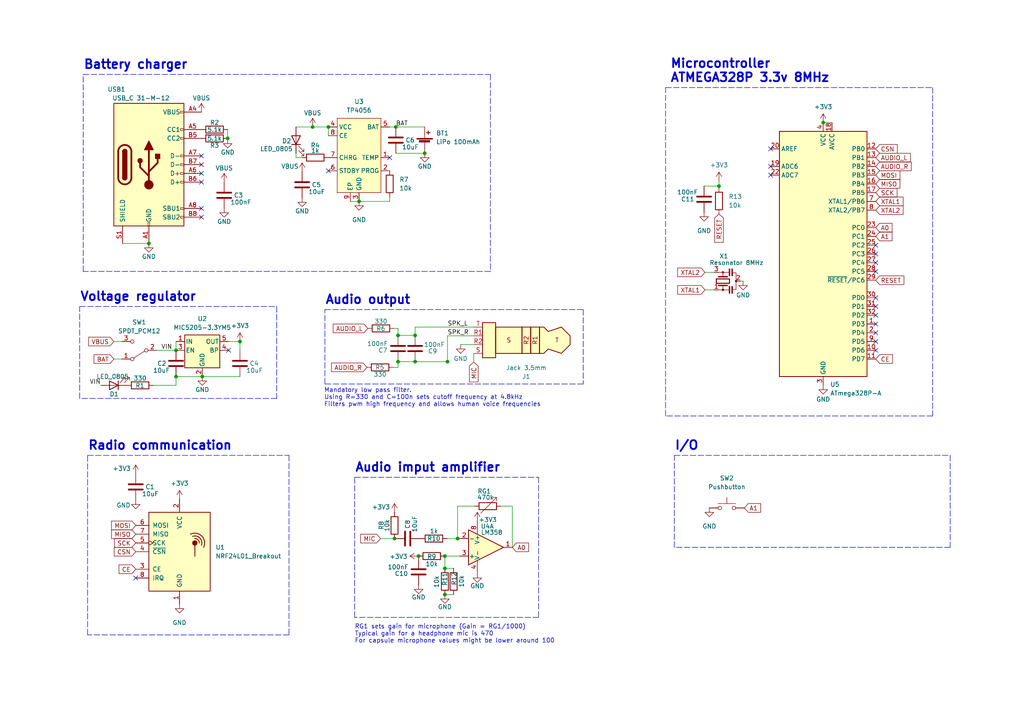
<source format=kicad_sch>
(kicad_sch (version 20211123) (generator eeschema)

  (uuid 8615dae0-65cf-4932-8e6f-9a0f32429a5e)

  (paper "A4")

  (lib_symbols
    (symbol "Amplifier_Operational:LM358" (pin_names (offset 0.127)) (in_bom yes) (on_board yes)
      (property "Reference" "U" (id 0) (at 0 5.08 0)
        (effects (font (size 1.27 1.27)) (justify left))
      )
      (property "Value" "LM358" (id 1) (at 0 -5.08 0)
        (effects (font (size 1.27 1.27)) (justify left))
      )
      (property "Footprint" "" (id 2) (at 0 0 0)
        (effects (font (size 1.27 1.27)) hide)
      )
      (property "Datasheet" "http://www.ti.com/lit/ds/symlink/lm2904-n.pdf" (id 3) (at 0 0 0)
        (effects (font (size 1.27 1.27)) hide)
      )
      (property "ki_locked" "" (id 4) (at 0 0 0)
        (effects (font (size 1.27 1.27)))
      )
      (property "ki_keywords" "dual opamp" (id 5) (at 0 0 0)
        (effects (font (size 1.27 1.27)) hide)
      )
      (property "ki_description" "Low-Power, Dual Operational Amplifiers, DIP-8/SOIC-8/TO-99-8" (id 6) (at 0 0 0)
        (effects (font (size 1.27 1.27)) hide)
      )
      (property "ki_fp_filters" "SOIC*3.9x4.9mm*P1.27mm* DIP*W7.62mm* TO*99* OnSemi*Micro8* TSSOP*3x3mm*P0.65mm* TSSOP*4.4x3mm*P0.65mm* MSOP*3x3mm*P0.65mm* SSOP*3.9x4.9mm*P0.635mm* LFCSP*2x2mm*P0.5mm* *SIP* SOIC*5.3x6.2mm*P1.27mm*" (id 7) (at 0 0 0)
        (effects (font (size 1.27 1.27)) hide)
      )
      (symbol "LM358_1_1"
        (polyline
          (pts
            (xy -5.08 5.08)
            (xy 5.08 0)
            (xy -5.08 -5.08)
            (xy -5.08 5.08)
          )
          (stroke (width 0.254) (type default) (color 0 0 0 0))
          (fill (type background))
        )
        (pin output line (at 7.62 0 180) (length 2.54)
          (name "~" (effects (font (size 1.27 1.27))))
          (number "1" (effects (font (size 1.27 1.27))))
        )
        (pin input line (at -7.62 -2.54 0) (length 2.54)
          (name "-" (effects (font (size 1.27 1.27))))
          (number "2" (effects (font (size 1.27 1.27))))
        )
        (pin input line (at -7.62 2.54 0) (length 2.54)
          (name "+" (effects (font (size 1.27 1.27))))
          (number "3" (effects (font (size 1.27 1.27))))
        )
      )
      (symbol "LM358_2_1"
        (polyline
          (pts
            (xy -5.08 5.08)
            (xy 5.08 0)
            (xy -5.08 -5.08)
            (xy -5.08 5.08)
          )
          (stroke (width 0.254) (type default) (color 0 0 0 0))
          (fill (type background))
        )
        (pin input line (at -7.62 2.54 0) (length 2.54)
          (name "+" (effects (font (size 1.27 1.27))))
          (number "5" (effects (font (size 1.27 1.27))))
        )
        (pin input line (at -7.62 -2.54 0) (length 2.54)
          (name "-" (effects (font (size 1.27 1.27))))
          (number "6" (effects (font (size 1.27 1.27))))
        )
        (pin output line (at 7.62 0 180) (length 2.54)
          (name "~" (effects (font (size 1.27 1.27))))
          (number "7" (effects (font (size 1.27 1.27))))
        )
      )
      (symbol "LM358_3_1"
        (pin power_in line (at -2.54 -7.62 90) (length 3.81)
          (name "V-" (effects (font (size 1.27 1.27))))
          (number "4" (effects (font (size 1.27 1.27))))
        )
        (pin power_in line (at -2.54 7.62 270) (length 3.81)
          (name "V+" (effects (font (size 1.27 1.27))))
          (number "8" (effects (font (size 1.27 1.27))))
        )
      )
    )
    (symbol "Connector:AudioPlug4" (in_bom yes) (on_board yes)
      (property "Reference" "J" (id 0) (at 10.16 5.08 0)
        (effects (font (size 1.27 1.27)))
      )
      (property "Value" "AudioPlug4" (id 1) (at 11.43 -7.62 0)
        (effects (font (size 1.27 1.27)))
      )
      (property "Footprint" "" (id 2) (at 8.89 -2.54 0)
        (effects (font (size 1.27 1.27)) hide)
      )
      (property "Datasheet" "~" (id 3) (at 8.89 -2.54 0)
        (effects (font (size 1.27 1.27)) hide)
      )
      (property "ki_keywords" "audio jack plug stereo headphones TRRS connector 2.5mm 3.5mm" (id 4) (at 0 0 0)
        (effects (font (size 1.27 1.27)) hide)
      )
      (property "ki_description" "Audio Jack, 4 Poles (Stereo / TRRS)" (id 5) (at 0 0 0)
        (effects (font (size 1.27 1.27)) hide)
      )
      (property "ki_fp_filters" "Plug*" (id 6) (at 0 0 0)
        (effects (font (size 1.27 1.27)) hide)
      )
      (symbol "AudioPlug4_0_0"
        (text "R1" (at -2.54 -1.27 900)
          (effects (font (size 1.27 1.27)))
        )
        (text "R2" (at 0 -1.27 900)
          (effects (font (size 1.27 1.27)))
        )
        (text "S" (at 5.08 -1.27 0)
          (effects (font (size 1.27 1.27)))
        )
        (text "T" (at -8.89 -1.27 0)
          (effects (font (size 1.27 1.27)))
        )
      )
      (symbol "AudioPlug4_0_1"
        (rectangle (start -1.27 2.54) (end -3.81 -5.08)
          (stroke (width 0.254) (type default) (color 0 0 0 0))
          (fill (type background))
        )
        (polyline
          (pts
            (xy -3.81 2.54)
            (xy -5.08 2.54)
            (xy -6.35 1.27)
            (xy -10.16 2.54)
            (xy -12.7 0)
            (xy -12.7 -2.54)
            (xy -10.16 -5.08)
            (xy -6.35 -3.81)
            (xy -5.08 -5.08)
            (xy -3.81 -5.08)
            (xy -3.81 2.54)
          )
          (stroke (width 0.254) (type default) (color 0 0 0 0))
          (fill (type background))
        )
        (rectangle (start 1.27 2.54) (end -1.27 -5.08)
          (stroke (width 0.254) (type default) (color 0 0 0 0))
          (fill (type background))
        )
        (rectangle (start 1.27 2.54) (end 8.89 -5.08)
          (stroke (width 0.254) (type default) (color 0 0 0 0))
          (fill (type background))
        )
        (rectangle (start 12.7 3.81) (end 8.89 -6.35)
          (stroke (width 0.254) (type default) (color 0 0 0 0))
          (fill (type background))
        )
      )
      (symbol "AudioPlug4_1_1"
        (pin passive line (at 15.24 -2.54 180) (length 2.54)
          (name "~" (effects (font (size 1.27 1.27))))
          (number "R1" (effects (font (size 1.27 1.27))))
        )
        (pin passive line (at 15.24 0 180) (length 2.54)
          (name "~" (effects (font (size 1.27 1.27))))
          (number "R2" (effects (font (size 1.27 1.27))))
        )
        (pin passive line (at 15.24 2.54 180) (length 2.54)
          (name "~" (effects (font (size 1.27 1.27))))
          (number "S" (effects (font (size 1.27 1.27))))
        )
        (pin passive line (at 15.24 -5.08 180) (length 2.54)
          (name "~" (effects (font (size 1.27 1.27))))
          (number "T" (effects (font (size 1.27 1.27))))
        )
      )
    )
    (symbol "Connector:USB_C_Receptacle_USB2.0" (pin_names (offset 1.016)) (in_bom yes) (on_board yes)
      (property "Reference" "J" (id 0) (at -10.16 19.05 0)
        (effects (font (size 1.27 1.27)) (justify left))
      )
      (property "Value" "USB_C_Receptacle_USB2.0" (id 1) (at 19.05 19.05 0)
        (effects (font (size 1.27 1.27)) (justify right))
      )
      (property "Footprint" "" (id 2) (at 3.81 0 0)
        (effects (font (size 1.27 1.27)) hide)
      )
      (property "Datasheet" "https://www.usb.org/sites/default/files/documents/usb_type-c.zip" (id 3) (at 3.81 0 0)
        (effects (font (size 1.27 1.27)) hide)
      )
      (property "ki_keywords" "usb universal serial bus type-C USB2.0" (id 4) (at 0 0 0)
        (effects (font (size 1.27 1.27)) hide)
      )
      (property "ki_description" "USB 2.0-only Type-C Receptacle connector" (id 5) (at 0 0 0)
        (effects (font (size 1.27 1.27)) hide)
      )
      (property "ki_fp_filters" "USB*C*Receptacle*" (id 6) (at 0 0 0)
        (effects (font (size 1.27 1.27)) hide)
      )
      (symbol "USB_C_Receptacle_USB2.0_0_0"
        (rectangle (start -0.254 -17.78) (end 0.254 -16.764)
          (stroke (width 0) (type default) (color 0 0 0 0))
          (fill (type none))
        )
        (rectangle (start 10.16 -14.986) (end 9.144 -15.494)
          (stroke (width 0) (type default) (color 0 0 0 0))
          (fill (type none))
        )
        (rectangle (start 10.16 -12.446) (end 9.144 -12.954)
          (stroke (width 0) (type default) (color 0 0 0 0))
          (fill (type none))
        )
        (rectangle (start 10.16 -4.826) (end 9.144 -5.334)
          (stroke (width 0) (type default) (color 0 0 0 0))
          (fill (type none))
        )
        (rectangle (start 10.16 -2.286) (end 9.144 -2.794)
          (stroke (width 0) (type default) (color 0 0 0 0))
          (fill (type none))
        )
        (rectangle (start 10.16 0.254) (end 9.144 -0.254)
          (stroke (width 0) (type default) (color 0 0 0 0))
          (fill (type none))
        )
        (rectangle (start 10.16 2.794) (end 9.144 2.286)
          (stroke (width 0) (type default) (color 0 0 0 0))
          (fill (type none))
        )
        (rectangle (start 10.16 7.874) (end 9.144 7.366)
          (stroke (width 0) (type default) (color 0 0 0 0))
          (fill (type none))
        )
        (rectangle (start 10.16 10.414) (end 9.144 9.906)
          (stroke (width 0) (type default) (color 0 0 0 0))
          (fill (type none))
        )
        (rectangle (start 10.16 15.494) (end 9.144 14.986)
          (stroke (width 0) (type default) (color 0 0 0 0))
          (fill (type none))
        )
      )
      (symbol "USB_C_Receptacle_USB2.0_0_1"
        (rectangle (start -10.16 17.78) (end 10.16 -17.78)
          (stroke (width 0.254) (type default) (color 0 0 0 0))
          (fill (type background))
        )
        (arc (start -8.89 -3.81) (mid -6.985 -5.715) (end -5.08 -3.81)
          (stroke (width 0.508) (type default) (color 0 0 0 0))
          (fill (type none))
        )
        (arc (start -7.62 -3.81) (mid -6.985 -4.445) (end -6.35 -3.81)
          (stroke (width 0.254) (type default) (color 0 0 0 0))
          (fill (type none))
        )
        (arc (start -7.62 -3.81) (mid -6.985 -4.445) (end -6.35 -3.81)
          (stroke (width 0.254) (type default) (color 0 0 0 0))
          (fill (type outline))
        )
        (rectangle (start -7.62 -3.81) (end -6.35 3.81)
          (stroke (width 0.254) (type default) (color 0 0 0 0))
          (fill (type outline))
        )
        (arc (start -6.35 3.81) (mid -6.985 4.445) (end -7.62 3.81)
          (stroke (width 0.254) (type default) (color 0 0 0 0))
          (fill (type none))
        )
        (arc (start -6.35 3.81) (mid -6.985 4.445) (end -7.62 3.81)
          (stroke (width 0.254) (type default) (color 0 0 0 0))
          (fill (type outline))
        )
        (arc (start -5.08 3.81) (mid -6.985 5.715) (end -8.89 3.81)
          (stroke (width 0.508) (type default) (color 0 0 0 0))
          (fill (type none))
        )
        (circle (center -2.54 1.143) (radius 0.635)
          (stroke (width 0.254) (type default) (color 0 0 0 0))
          (fill (type outline))
        )
        (circle (center 0 -5.842) (radius 1.27)
          (stroke (width 0) (type default) (color 0 0 0 0))
          (fill (type outline))
        )
        (polyline
          (pts
            (xy -8.89 -3.81)
            (xy -8.89 3.81)
          )
          (stroke (width 0.508) (type default) (color 0 0 0 0))
          (fill (type none))
        )
        (polyline
          (pts
            (xy -5.08 3.81)
            (xy -5.08 -3.81)
          )
          (stroke (width 0.508) (type default) (color 0 0 0 0))
          (fill (type none))
        )
        (polyline
          (pts
            (xy 0 -5.842)
            (xy 0 4.318)
          )
          (stroke (width 0.508) (type default) (color 0 0 0 0))
          (fill (type none))
        )
        (polyline
          (pts
            (xy 0 -3.302)
            (xy -2.54 -0.762)
            (xy -2.54 0.508)
          )
          (stroke (width 0.508) (type default) (color 0 0 0 0))
          (fill (type none))
        )
        (polyline
          (pts
            (xy 0 -2.032)
            (xy 2.54 0.508)
            (xy 2.54 1.778)
          )
          (stroke (width 0.508) (type default) (color 0 0 0 0))
          (fill (type none))
        )
        (polyline
          (pts
            (xy -1.27 4.318)
            (xy 0 6.858)
            (xy 1.27 4.318)
            (xy -1.27 4.318)
          )
          (stroke (width 0.254) (type default) (color 0 0 0 0))
          (fill (type outline))
        )
        (rectangle (start 1.905 1.778) (end 3.175 3.048)
          (stroke (width 0.254) (type default) (color 0 0 0 0))
          (fill (type outline))
        )
      )
      (symbol "USB_C_Receptacle_USB2.0_1_1"
        (pin passive line (at 0 -22.86 90) (length 5.08)
          (name "GND" (effects (font (size 1.27 1.27))))
          (number "A1" (effects (font (size 1.27 1.27))))
        )
        (pin passive line (at 0 -22.86 90) (length 5.08) hide
          (name "GND" (effects (font (size 1.27 1.27))))
          (number "A12" (effects (font (size 1.27 1.27))))
        )
        (pin passive line (at 15.24 15.24 180) (length 5.08)
          (name "VBUS" (effects (font (size 1.27 1.27))))
          (number "A4" (effects (font (size 1.27 1.27))))
        )
        (pin bidirectional line (at 15.24 10.16 180) (length 5.08)
          (name "CC1" (effects (font (size 1.27 1.27))))
          (number "A5" (effects (font (size 1.27 1.27))))
        )
        (pin bidirectional line (at 15.24 -2.54 180) (length 5.08)
          (name "D+" (effects (font (size 1.27 1.27))))
          (number "A6" (effects (font (size 1.27 1.27))))
        )
        (pin bidirectional line (at 15.24 2.54 180) (length 5.08)
          (name "D-" (effects (font (size 1.27 1.27))))
          (number "A7" (effects (font (size 1.27 1.27))))
        )
        (pin bidirectional line (at 15.24 -12.7 180) (length 5.08)
          (name "SBU1" (effects (font (size 1.27 1.27))))
          (number "A8" (effects (font (size 1.27 1.27))))
        )
        (pin passive line (at 15.24 15.24 180) (length 5.08) hide
          (name "VBUS" (effects (font (size 1.27 1.27))))
          (number "A9" (effects (font (size 1.27 1.27))))
        )
        (pin passive line (at 0 -22.86 90) (length 5.08) hide
          (name "GND" (effects (font (size 1.27 1.27))))
          (number "B1" (effects (font (size 1.27 1.27))))
        )
        (pin passive line (at 0 -22.86 90) (length 5.08) hide
          (name "GND" (effects (font (size 1.27 1.27))))
          (number "B12" (effects (font (size 1.27 1.27))))
        )
        (pin passive line (at 15.24 15.24 180) (length 5.08) hide
          (name "VBUS" (effects (font (size 1.27 1.27))))
          (number "B4" (effects (font (size 1.27 1.27))))
        )
        (pin bidirectional line (at 15.24 7.62 180) (length 5.08)
          (name "CC2" (effects (font (size 1.27 1.27))))
          (number "B5" (effects (font (size 1.27 1.27))))
        )
        (pin bidirectional line (at 15.24 -5.08 180) (length 5.08)
          (name "D+" (effects (font (size 1.27 1.27))))
          (number "B6" (effects (font (size 1.27 1.27))))
        )
        (pin bidirectional line (at 15.24 0 180) (length 5.08)
          (name "D-" (effects (font (size 1.27 1.27))))
          (number "B7" (effects (font (size 1.27 1.27))))
        )
        (pin bidirectional line (at 15.24 -15.24 180) (length 5.08)
          (name "SBU2" (effects (font (size 1.27 1.27))))
          (number "B8" (effects (font (size 1.27 1.27))))
        )
        (pin passive line (at 15.24 15.24 180) (length 5.08) hide
          (name "VBUS" (effects (font (size 1.27 1.27))))
          (number "B9" (effects (font (size 1.27 1.27))))
        )
        (pin passive line (at -7.62 -22.86 90) (length 5.08)
          (name "SHIELD" (effects (font (size 1.27 1.27))))
          (number "S1" (effects (font (size 1.27 1.27))))
        )
      )
    )
    (symbol "Custom Components:TP4056" (in_bom yes) (on_board yes)
      (property "Reference" "U" (id 0) (at 0 10.16 0)
        (effects (font (size 1.27 1.27)))
      )
      (property "Value" "TP4056" (id 1) (at 0 7.62 0)
        (effects (font (size 1.27 1.27)))
      )
      (property "Footprint" "Package_SO:SOIC-8-1EP_3.9x4.9mm_P1.27mm_EP2.29x3mm" (id 2) (at 3.81 -1.27 0)
        (effects (font (size 1.27 1.27)) hide)
      )
      (property "Datasheet" "" (id 3) (at 3.81 -1.27 0)
        (effects (font (size 1.27 1.27)) hide)
      )
      (symbol "TP4056_0_1"
        (rectangle (start -6.35 6.35) (end 6.35 -15.24)
          (stroke (width 0) (type default) (color 0 0 0 0))
          (fill (type background))
        )
      )
      (symbol "TP4056_1_1"
        (pin free line (at 8.89 -5.08 180) (length 2.54)
          (name "TEMP" (effects (font (size 1.27 1.27))))
          (number "1" (effects (font (size 1.27 1.27))))
        )
        (pin free line (at 8.89 -8.89 180) (length 2.54)
          (name "PROG" (effects (font (size 1.27 1.27))))
          (number "2" (effects (font (size 1.27 1.27))))
        )
        (pin free line (at 0 -17.78 90) (length 2.54)
          (name "GND" (effects (font (size 1.27 1.27))))
          (number "3" (effects (font (size 1.27 1.27))))
        )
        (pin free line (at -8.89 3.81 0) (length 2.54)
          (name "VCC" (effects (font (size 1.27 1.27))))
          (number "4" (effects (font (size 1.27 1.27))))
        )
        (pin free line (at 8.89 3.81 180) (length 2.54)
          (name "BAT" (effects (font (size 1.27 1.27))))
          (number "5" (effects (font (size 1.27 1.27))))
        )
        (pin free line (at -8.89 -8.89 0) (length 2.54)
          (name "STDBY" (effects (font (size 1.27 1.27))))
          (number "6" (effects (font (size 1.27 1.27))))
        )
        (pin free line (at -8.89 -5.08 0) (length 2.54)
          (name "CHRG" (effects (font (size 1.27 1.27))))
          (number "7" (effects (font (size 1.27 1.27))))
        )
        (pin free line (at -8.89 1.27 0) (length 2.54)
          (name "CE" (effects (font (size 1.27 1.27))))
          (number "8" (effects (font (size 1.27 1.27))))
        )
        (pin free line (at -2.54 -17.78 90) (length 2.54)
          (name "EP" (effects (font (size 1.27 1.27))))
          (number "9" (effects (font (size 1.27 1.27))))
        )
      )
    )
    (symbol "Device:Battery_Cell" (pin_numbers hide) (pin_names (offset 0) hide) (in_bom yes) (on_board yes)
      (property "Reference" "BT" (id 0) (at 2.54 2.54 0)
        (effects (font (size 1.27 1.27)) (justify left))
      )
      (property "Value" "Battery_Cell" (id 1) (at 2.54 0 0)
        (effects (font (size 1.27 1.27)) (justify left))
      )
      (property "Footprint" "" (id 2) (at 0 1.524 90)
        (effects (font (size 1.27 1.27)) hide)
      )
      (property "Datasheet" "~" (id 3) (at 0 1.524 90)
        (effects (font (size 1.27 1.27)) hide)
      )
      (property "ki_keywords" "battery cell" (id 4) (at 0 0 0)
        (effects (font (size 1.27 1.27)) hide)
      )
      (property "ki_description" "Single-cell battery" (id 5) (at 0 0 0)
        (effects (font (size 1.27 1.27)) hide)
      )
      (symbol "Battery_Cell_0_1"
        (rectangle (start -2.286 1.778) (end 2.286 1.524)
          (stroke (width 0) (type default) (color 0 0 0 0))
          (fill (type outline))
        )
        (rectangle (start -1.5748 1.1938) (end 1.4732 0.6858)
          (stroke (width 0) (type default) (color 0 0 0 0))
          (fill (type outline))
        )
        (polyline
          (pts
            (xy 0 0.762)
            (xy 0 0)
          )
          (stroke (width 0) (type default) (color 0 0 0 0))
          (fill (type none))
        )
        (polyline
          (pts
            (xy 0 1.778)
            (xy 0 2.54)
          )
          (stroke (width 0) (type default) (color 0 0 0 0))
          (fill (type none))
        )
        (polyline
          (pts
            (xy 0.508 3.429)
            (xy 1.524 3.429)
          )
          (stroke (width 0.254) (type default) (color 0 0 0 0))
          (fill (type none))
        )
        (polyline
          (pts
            (xy 1.016 3.937)
            (xy 1.016 2.921)
          )
          (stroke (width 0.254) (type default) (color 0 0 0 0))
          (fill (type none))
        )
      )
      (symbol "Battery_Cell_1_1"
        (pin passive line (at 0 5.08 270) (length 2.54)
          (name "+" (effects (font (size 1.27 1.27))))
          (number "1" (effects (font (size 1.27 1.27))))
        )
        (pin passive line (at 0 -2.54 90) (length 2.54)
          (name "-" (effects (font (size 1.27 1.27))))
          (number "2" (effects (font (size 1.27 1.27))))
        )
      )
    )
    (symbol "Device:C" (pin_numbers hide) (pin_names (offset 0.254)) (in_bom yes) (on_board yes)
      (property "Reference" "C" (id 0) (at 0.635 2.54 0)
        (effects (font (size 1.27 1.27)) (justify left))
      )
      (property "Value" "C" (id 1) (at 0.635 -2.54 0)
        (effects (font (size 1.27 1.27)) (justify left))
      )
      (property "Footprint" "" (id 2) (at 0.9652 -3.81 0)
        (effects (font (size 1.27 1.27)) hide)
      )
      (property "Datasheet" "~" (id 3) (at 0 0 0)
        (effects (font (size 1.27 1.27)) hide)
      )
      (property "ki_keywords" "cap capacitor" (id 4) (at 0 0 0)
        (effects (font (size 1.27 1.27)) hide)
      )
      (property "ki_description" "Unpolarized capacitor" (id 5) (at 0 0 0)
        (effects (font (size 1.27 1.27)) hide)
      )
      (property "ki_fp_filters" "C_*" (id 6) (at 0 0 0)
        (effects (font (size 1.27 1.27)) hide)
      )
      (symbol "C_0_1"
        (polyline
          (pts
            (xy -2.032 -0.762)
            (xy 2.032 -0.762)
          )
          (stroke (width 0.508) (type default) (color 0 0 0 0))
          (fill (type none))
        )
        (polyline
          (pts
            (xy -2.032 0.762)
            (xy 2.032 0.762)
          )
          (stroke (width 0.508) (type default) (color 0 0 0 0))
          (fill (type none))
        )
      )
      (symbol "C_1_1"
        (pin passive line (at 0 3.81 270) (length 2.794)
          (name "~" (effects (font (size 1.27 1.27))))
          (number "1" (effects (font (size 1.27 1.27))))
        )
        (pin passive line (at 0 -3.81 90) (length 2.794)
          (name "~" (effects (font (size 1.27 1.27))))
          (number "2" (effects (font (size 1.27 1.27))))
        )
      )
    )
    (symbol "Device:LED" (pin_numbers hide) (pin_names (offset 1.016) hide) (in_bom yes) (on_board yes)
      (property "Reference" "D" (id 0) (at 0 2.54 0)
        (effects (font (size 1.27 1.27)))
      )
      (property "Value" "LED" (id 1) (at 0 -2.54 0)
        (effects (font (size 1.27 1.27)))
      )
      (property "Footprint" "" (id 2) (at 0 0 0)
        (effects (font (size 1.27 1.27)) hide)
      )
      (property "Datasheet" "~" (id 3) (at 0 0 0)
        (effects (font (size 1.27 1.27)) hide)
      )
      (property "ki_keywords" "LED diode" (id 4) (at 0 0 0)
        (effects (font (size 1.27 1.27)) hide)
      )
      (property "ki_description" "Light emitting diode" (id 5) (at 0 0 0)
        (effects (font (size 1.27 1.27)) hide)
      )
      (property "ki_fp_filters" "LED* LED_SMD:* LED_THT:*" (id 6) (at 0 0 0)
        (effects (font (size 1.27 1.27)) hide)
      )
      (symbol "LED_0_1"
        (polyline
          (pts
            (xy -1.27 -1.27)
            (xy -1.27 1.27)
          )
          (stroke (width 0.254) (type default) (color 0 0 0 0))
          (fill (type none))
        )
        (polyline
          (pts
            (xy -1.27 0)
            (xy 1.27 0)
          )
          (stroke (width 0) (type default) (color 0 0 0 0))
          (fill (type none))
        )
        (polyline
          (pts
            (xy 1.27 -1.27)
            (xy 1.27 1.27)
            (xy -1.27 0)
            (xy 1.27 -1.27)
          )
          (stroke (width 0.254) (type default) (color 0 0 0 0))
          (fill (type none))
        )
        (polyline
          (pts
            (xy -3.048 -0.762)
            (xy -4.572 -2.286)
            (xy -3.81 -2.286)
            (xy -4.572 -2.286)
            (xy -4.572 -1.524)
          )
          (stroke (width 0) (type default) (color 0 0 0 0))
          (fill (type none))
        )
        (polyline
          (pts
            (xy -1.778 -0.762)
            (xy -3.302 -2.286)
            (xy -2.54 -2.286)
            (xy -3.302 -2.286)
            (xy -3.302 -1.524)
          )
          (stroke (width 0) (type default) (color 0 0 0 0))
          (fill (type none))
        )
      )
      (symbol "LED_1_1"
        (pin passive line (at -3.81 0 0) (length 2.54)
          (name "K" (effects (font (size 1.27 1.27))))
          (number "1" (effects (font (size 1.27 1.27))))
        )
        (pin passive line (at 3.81 0 180) (length 2.54)
          (name "A" (effects (font (size 1.27 1.27))))
          (number "2" (effects (font (size 1.27 1.27))))
        )
      )
    )
    (symbol "Device:R" (pin_numbers hide) (pin_names (offset 0)) (in_bom yes) (on_board yes)
      (property "Reference" "R" (id 0) (at 2.032 0 90)
        (effects (font (size 1.27 1.27)))
      )
      (property "Value" "R" (id 1) (at 0 0 90)
        (effects (font (size 1.27 1.27)))
      )
      (property "Footprint" "" (id 2) (at -1.778 0 90)
        (effects (font (size 1.27 1.27)) hide)
      )
      (property "Datasheet" "~" (id 3) (at 0 0 0)
        (effects (font (size 1.27 1.27)) hide)
      )
      (property "ki_keywords" "R res resistor" (id 4) (at 0 0 0)
        (effects (font (size 1.27 1.27)) hide)
      )
      (property "ki_description" "Resistor" (id 5) (at 0 0 0)
        (effects (font (size 1.27 1.27)) hide)
      )
      (property "ki_fp_filters" "R_*" (id 6) (at 0 0 0)
        (effects (font (size 1.27 1.27)) hide)
      )
      (symbol "R_0_1"
        (rectangle (start -1.016 -2.54) (end 1.016 2.54)
          (stroke (width 0.254) (type default) (color 0 0 0 0))
          (fill (type none))
        )
      )
      (symbol "R_1_1"
        (pin passive line (at 0 3.81 270) (length 1.27)
          (name "~" (effects (font (size 1.27 1.27))))
          (number "1" (effects (font (size 1.27 1.27))))
        )
        (pin passive line (at 0 -3.81 90) (length 1.27)
          (name "~" (effects (font (size 1.27 1.27))))
          (number "2" (effects (font (size 1.27 1.27))))
        )
      )
    )
    (symbol "Device:R_Variable" (pin_numbers hide) (pin_names (offset 0)) (in_bom yes) (on_board yes)
      (property "Reference" "R" (id 0) (at 2.54 -2.54 90)
        (effects (font (size 1.27 1.27)) (justify left))
      )
      (property "Value" "R_Variable" (id 1) (at -2.54 -1.27 90)
        (effects (font (size 1.27 1.27)) (justify left))
      )
      (property "Footprint" "" (id 2) (at -1.778 0 90)
        (effects (font (size 1.27 1.27)) hide)
      )
      (property "Datasheet" "~" (id 3) (at 0 0 0)
        (effects (font (size 1.27 1.27)) hide)
      )
      (property "ki_keywords" "R res resistor variable potentiometer rheostat" (id 4) (at 0 0 0)
        (effects (font (size 1.27 1.27)) hide)
      )
      (property "ki_description" "Variable resistor" (id 5) (at 0 0 0)
        (effects (font (size 1.27 1.27)) hide)
      )
      (property "ki_fp_filters" "R_*" (id 6) (at 0 0 0)
        (effects (font (size 1.27 1.27)) hide)
      )
      (symbol "R_Variable_0_1"
        (rectangle (start -1.016 -2.54) (end 1.016 2.54)
          (stroke (width 0.254) (type default) (color 0 0 0 0))
          (fill (type none))
        )
        (polyline
          (pts
            (xy 2.54 1.524)
            (xy 2.54 2.54)
            (xy 1.524 2.54)
            (xy 2.54 2.54)
            (xy -2.032 -2.032)
          )
          (stroke (width 0) (type default) (color 0 0 0 0))
          (fill (type none))
        )
      )
      (symbol "R_Variable_1_1"
        (pin passive line (at 0 3.81 270) (length 1.27)
          (name "~" (effects (font (size 1.27 1.27))))
          (number "1" (effects (font (size 1.27 1.27))))
        )
        (pin passive line (at 0 -3.81 90) (length 1.27)
          (name "~" (effects (font (size 1.27 1.27))))
          (number "2" (effects (font (size 1.27 1.27))))
        )
      )
    )
    (symbol "Device:Resonator_Small" (pin_names (offset 1.016) hide) (in_bom yes) (on_board yes)
      (property "Reference" "Y" (id 0) (at 3.175 1.905 0)
        (effects (font (size 1.27 1.27)) (justify left))
      )
      (property "Value" "Resonator_Small" (id 1) (at 3.175 0 0)
        (effects (font (size 1.27 1.27)) (justify left))
      )
      (property "Footprint" "" (id 2) (at -0.635 0 0)
        (effects (font (size 1.27 1.27)) hide)
      )
      (property "Datasheet" "~" (id 3) (at -0.635 0 0)
        (effects (font (size 1.27 1.27)) hide)
      )
      (property "ki_keywords" "ceramic resonator" (id 4) (at 0 0 0)
        (effects (font (size 1.27 1.27)) hide)
      )
      (property "ki_description" "Three pin ceramic resonator, small symbol" (id 5) (at 0 0 0)
        (effects (font (size 1.27 1.27)) hide)
      )
      (property "ki_fp_filters" "Filter* Resonator*" (id 6) (at 0 0 0)
        (effects (font (size 1.27 1.27)) hide)
      )
      (symbol "Resonator_Small_0_1"
        (rectangle (start -3.556 -2.54) (end -1.524 -2.794)
          (stroke (width 0) (type default) (color 0 0 0 0))
          (fill (type outline))
        )
        (rectangle (start -3.556 -1.778) (end -1.524 -2.032)
          (stroke (width 0) (type default) (color 0 0 0 0))
          (fill (type outline))
        )
        (circle (center -2.54 0) (radius 0.254)
          (stroke (width 0) (type default) (color 0 0 0 0))
          (fill (type outline))
        )
        (rectangle (start -0.635 1.905) (end 0.635 -1.905)
          (stroke (width 0.3048) (type default) (color 0 0 0 0))
          (fill (type none))
        )
        (circle (center 0 -3.81) (radius 0.254)
          (stroke (width 0) (type default) (color 0 0 0 0))
          (fill (type outline))
        )
        (polyline
          (pts
            (xy -2.54 -1.778)
            (xy -2.54 0)
          )
          (stroke (width 0) (type default) (color 0 0 0 0))
          (fill (type none))
        )
        (polyline
          (pts
            (xy -2.54 0)
            (xy -1.397 0)
          )
          (stroke (width 0) (type default) (color 0 0 0 0))
          (fill (type none))
        )
        (polyline
          (pts
            (xy -2.54 1.27)
            (xy -2.54 0)
          )
          (stroke (width 0) (type default) (color 0 0 0 0))
          (fill (type none))
        )
        (polyline
          (pts
            (xy -1.27 -1.27)
            (xy -1.27 1.27)
          )
          (stroke (width 0.381) (type default) (color 0 0 0 0))
          (fill (type none))
        )
        (polyline
          (pts
            (xy 1.27 -1.27)
            (xy 1.27 1.27)
          )
          (stroke (width 0.381) (type default) (color 0 0 0 0))
          (fill (type none))
        )
        (polyline
          (pts
            (xy 1.27 0)
            (xy 2.54 0)
          )
          (stroke (width 0) (type default) (color 0 0 0 0))
          (fill (type none))
        )
        (polyline
          (pts
            (xy 2.54 0)
            (xy 2.54 -1.778)
          )
          (stroke (width 0) (type default) (color 0 0 0 0))
          (fill (type none))
        )
        (polyline
          (pts
            (xy 2.54 1.27)
            (xy 2.54 0)
          )
          (stroke (width 0) (type default) (color 0 0 0 0))
          (fill (type none))
        )
        (polyline
          (pts
            (xy 2.413 -2.794)
            (xy 2.413 -3.81)
            (xy -2.413 -3.81)
            (xy -2.413 -2.667)
          )
          (stroke (width 0) (type default) (color 0 0 0 0))
          (fill (type none))
        )
        (rectangle (start 1.524 -2.54) (end 3.556 -2.794)
          (stroke (width 0) (type default) (color 0 0 0 0))
          (fill (type outline))
        )
        (rectangle (start 1.524 -1.778) (end 3.556 -2.032)
          (stroke (width 0) (type default) (color 0 0 0 0))
          (fill (type outline))
        )
        (circle (center 2.54 0) (radius 0.254)
          (stroke (width 0) (type default) (color 0 0 0 0))
          (fill (type outline))
        )
      )
      (symbol "Resonator_Small_1_1"
        (pin passive line (at -2.54 2.54 270) (length 1.27)
          (name "1" (effects (font (size 1.27 1.27))))
          (number "1" (effects (font (size 1.27 1.27))))
        )
        (pin passive line (at 0 -5.08 90) (length 1.27)
          (name "2" (effects (font (size 1.27 1.27))))
          (number "2" (effects (font (size 1.27 1.27))))
        )
        (pin passive line (at 2.54 2.54 270) (length 1.27)
          (name "3" (effects (font (size 1.27 1.27))))
          (number "3" (effects (font (size 1.27 1.27))))
        )
      )
    )
    (symbol "MCU_Microchip_ATmega:ATmega328P-A" (in_bom yes) (on_board yes)
      (property "Reference" "U" (id 0) (at -12.7 36.83 0)
        (effects (font (size 1.27 1.27)) (justify left bottom))
      )
      (property "Value" "ATmega328P-A" (id 1) (at 2.54 -36.83 0)
        (effects (font (size 1.27 1.27)) (justify left top))
      )
      (property "Footprint" "Package_QFP:TQFP-32_7x7mm_P0.8mm" (id 2) (at 0 0 0)
        (effects (font (size 1.27 1.27) italic) hide)
      )
      (property "Datasheet" "http://ww1.microchip.com/downloads/en/DeviceDoc/ATmega328_P%20AVR%20MCU%20with%20picoPower%20Technology%20Data%20Sheet%2040001984A.pdf" (id 3) (at 0 0 0)
        (effects (font (size 1.27 1.27)) hide)
      )
      (property "ki_keywords" "AVR 8bit Microcontroller MegaAVR PicoPower" (id 4) (at 0 0 0)
        (effects (font (size 1.27 1.27)) hide)
      )
      (property "ki_description" "20MHz, 32kB Flash, 2kB SRAM, 1kB EEPROM, TQFP-32" (id 5) (at 0 0 0)
        (effects (font (size 1.27 1.27)) hide)
      )
      (property "ki_fp_filters" "TQFP*7x7mm*P0.8mm*" (id 6) (at 0 0 0)
        (effects (font (size 1.27 1.27)) hide)
      )
      (symbol "ATmega328P-A_0_1"
        (rectangle (start -12.7 -35.56) (end 12.7 35.56)
          (stroke (width 0.254) (type default) (color 0 0 0 0))
          (fill (type background))
        )
      )
      (symbol "ATmega328P-A_1_1"
        (pin bidirectional line (at 15.24 -20.32 180) (length 2.54)
          (name "PD3" (effects (font (size 1.27 1.27))))
          (number "1" (effects (font (size 1.27 1.27))))
        )
        (pin bidirectional line (at 15.24 -27.94 180) (length 2.54)
          (name "PD6" (effects (font (size 1.27 1.27))))
          (number "10" (effects (font (size 1.27 1.27))))
        )
        (pin bidirectional line (at 15.24 -30.48 180) (length 2.54)
          (name "PD7" (effects (font (size 1.27 1.27))))
          (number "11" (effects (font (size 1.27 1.27))))
        )
        (pin bidirectional line (at 15.24 30.48 180) (length 2.54)
          (name "PB0" (effects (font (size 1.27 1.27))))
          (number "12" (effects (font (size 1.27 1.27))))
        )
        (pin bidirectional line (at 15.24 27.94 180) (length 2.54)
          (name "PB1" (effects (font (size 1.27 1.27))))
          (number "13" (effects (font (size 1.27 1.27))))
        )
        (pin bidirectional line (at 15.24 25.4 180) (length 2.54)
          (name "PB2" (effects (font (size 1.27 1.27))))
          (number "14" (effects (font (size 1.27 1.27))))
        )
        (pin bidirectional line (at 15.24 22.86 180) (length 2.54)
          (name "PB3" (effects (font (size 1.27 1.27))))
          (number "15" (effects (font (size 1.27 1.27))))
        )
        (pin bidirectional line (at 15.24 20.32 180) (length 2.54)
          (name "PB4" (effects (font (size 1.27 1.27))))
          (number "16" (effects (font (size 1.27 1.27))))
        )
        (pin bidirectional line (at 15.24 17.78 180) (length 2.54)
          (name "PB5" (effects (font (size 1.27 1.27))))
          (number "17" (effects (font (size 1.27 1.27))))
        )
        (pin power_in line (at 2.54 38.1 270) (length 2.54)
          (name "AVCC" (effects (font (size 1.27 1.27))))
          (number "18" (effects (font (size 1.27 1.27))))
        )
        (pin input line (at -15.24 25.4 0) (length 2.54)
          (name "ADC6" (effects (font (size 1.27 1.27))))
          (number "19" (effects (font (size 1.27 1.27))))
        )
        (pin bidirectional line (at 15.24 -22.86 180) (length 2.54)
          (name "PD4" (effects (font (size 1.27 1.27))))
          (number "2" (effects (font (size 1.27 1.27))))
        )
        (pin passive line (at -15.24 30.48 0) (length 2.54)
          (name "AREF" (effects (font (size 1.27 1.27))))
          (number "20" (effects (font (size 1.27 1.27))))
        )
        (pin passive line (at 0 -38.1 90) (length 2.54) hide
          (name "GND" (effects (font (size 1.27 1.27))))
          (number "21" (effects (font (size 1.27 1.27))))
        )
        (pin input line (at -15.24 22.86 0) (length 2.54)
          (name "ADC7" (effects (font (size 1.27 1.27))))
          (number "22" (effects (font (size 1.27 1.27))))
        )
        (pin bidirectional line (at 15.24 7.62 180) (length 2.54)
          (name "PC0" (effects (font (size 1.27 1.27))))
          (number "23" (effects (font (size 1.27 1.27))))
        )
        (pin bidirectional line (at 15.24 5.08 180) (length 2.54)
          (name "PC1" (effects (font (size 1.27 1.27))))
          (number "24" (effects (font (size 1.27 1.27))))
        )
        (pin bidirectional line (at 15.24 2.54 180) (length 2.54)
          (name "PC2" (effects (font (size 1.27 1.27))))
          (number "25" (effects (font (size 1.27 1.27))))
        )
        (pin bidirectional line (at 15.24 0 180) (length 2.54)
          (name "PC3" (effects (font (size 1.27 1.27))))
          (number "26" (effects (font (size 1.27 1.27))))
        )
        (pin bidirectional line (at 15.24 -2.54 180) (length 2.54)
          (name "PC4" (effects (font (size 1.27 1.27))))
          (number "27" (effects (font (size 1.27 1.27))))
        )
        (pin bidirectional line (at 15.24 -5.08 180) (length 2.54)
          (name "PC5" (effects (font (size 1.27 1.27))))
          (number "28" (effects (font (size 1.27 1.27))))
        )
        (pin bidirectional line (at 15.24 -7.62 180) (length 2.54)
          (name "~{RESET}/PC6" (effects (font (size 1.27 1.27))))
          (number "29" (effects (font (size 1.27 1.27))))
        )
        (pin power_in line (at 0 -38.1 90) (length 2.54)
          (name "GND" (effects (font (size 1.27 1.27))))
          (number "3" (effects (font (size 1.27 1.27))))
        )
        (pin bidirectional line (at 15.24 -12.7 180) (length 2.54)
          (name "PD0" (effects (font (size 1.27 1.27))))
          (number "30" (effects (font (size 1.27 1.27))))
        )
        (pin bidirectional line (at 15.24 -15.24 180) (length 2.54)
          (name "PD1" (effects (font (size 1.27 1.27))))
          (number "31" (effects (font (size 1.27 1.27))))
        )
        (pin bidirectional line (at 15.24 -17.78 180) (length 2.54)
          (name "PD2" (effects (font (size 1.27 1.27))))
          (number "32" (effects (font (size 1.27 1.27))))
        )
        (pin power_in line (at 0 38.1 270) (length 2.54)
          (name "VCC" (effects (font (size 1.27 1.27))))
          (number "4" (effects (font (size 1.27 1.27))))
        )
        (pin passive line (at 0 -38.1 90) (length 2.54) hide
          (name "GND" (effects (font (size 1.27 1.27))))
          (number "5" (effects (font (size 1.27 1.27))))
        )
        (pin passive line (at 0 38.1 270) (length 2.54) hide
          (name "VCC" (effects (font (size 1.27 1.27))))
          (number "6" (effects (font (size 1.27 1.27))))
        )
        (pin bidirectional line (at 15.24 15.24 180) (length 2.54)
          (name "XTAL1/PB6" (effects (font (size 1.27 1.27))))
          (number "7" (effects (font (size 1.27 1.27))))
        )
        (pin bidirectional line (at 15.24 12.7 180) (length 2.54)
          (name "XTAL2/PB7" (effects (font (size 1.27 1.27))))
          (number "8" (effects (font (size 1.27 1.27))))
        )
        (pin bidirectional line (at 15.24 -25.4 180) (length 2.54)
          (name "PD5" (effects (font (size 1.27 1.27))))
          (number "9" (effects (font (size 1.27 1.27))))
        )
      )
    )
    (symbol "RF:NRF24L01_Breakout" (pin_names (offset 1.016)) (in_bom yes) (on_board yes)
      (property "Reference" "U" (id 0) (at -8.89 12.7 0)
        (effects (font (size 1.27 1.27)) (justify left))
      )
      (property "Value" "NRF24L01_Breakout" (id 1) (at 3.81 12.7 0)
        (effects (font (size 1.27 1.27)) (justify left))
      )
      (property "Footprint" "RF_Module:nRF24L01_Breakout" (id 2) (at 3.81 15.24 0)
        (effects (font (size 1.27 1.27) italic) (justify left) hide)
      )
      (property "Datasheet" "http://www.nordicsemi.com/eng/content/download/2730/34105/file/nRF24L01_Product_Specification_v2_0.pdf" (id 3) (at 0 -2.54 0)
        (effects (font (size 1.27 1.27)) hide)
      )
      (property "ki_keywords" "Low Power RF Transciever breakout carrier" (id 4) (at 0 0 0)
        (effects (font (size 1.27 1.27)) hide)
      )
      (property "ki_description" "Ultra low power 2.4GHz RF Transceiver, Carrier PCB" (id 5) (at 0 0 0)
        (effects (font (size 1.27 1.27)) hide)
      )
      (property "ki_fp_filters" "nRF24L01*Breakout*" (id 6) (at 0 0 0)
        (effects (font (size 1.27 1.27)) hide)
      )
      (symbol "NRF24L01_Breakout_0_1"
        (rectangle (start -8.89 11.43) (end 8.89 -11.43)
          (stroke (width 0.254) (type default) (color 0 0 0 0))
          (fill (type background))
        )
        (polyline
          (pts
            (xy 4.445 1.905)
            (xy 4.445 -1.27)
          )
          (stroke (width 0.254) (type default) (color 0 0 0 0))
          (fill (type none))
        )
        (circle (center 4.445 2.54) (radius 0.635)
          (stroke (width 0.254) (type default) (color 0 0 0 0))
          (fill (type outline))
        )
        (arc (start 5.715 2.54) (mid 5.3559 3.4509) (end 4.445 3.81)
          (stroke (width 0.254) (type default) (color 0 0 0 0))
          (fill (type none))
        )
        (arc (start 6.35 1.905) (mid 5.8833 3.9783) (end 3.81 4.445)
          (stroke (width 0.254) (type default) (color 0 0 0 0))
          (fill (type none))
        )
        (arc (start 6.985 1.27) (mid 6.453 4.548) (end 3.175 5.08)
          (stroke (width 0.254) (type default) (color 0 0 0 0))
          (fill (type none))
        )
      )
      (symbol "NRF24L01_Breakout_1_1"
        (pin power_in line (at 0 -15.24 90) (length 3.81)
          (name "GND" (effects (font (size 1.27 1.27))))
          (number "1" (effects (font (size 1.27 1.27))))
        )
        (pin power_in line (at 0 15.24 270) (length 3.81)
          (name "VCC" (effects (font (size 1.27 1.27))))
          (number "2" (effects (font (size 1.27 1.27))))
        )
        (pin input line (at -12.7 -5.08 0) (length 3.81)
          (name "CE" (effects (font (size 1.27 1.27))))
          (number "3" (effects (font (size 1.27 1.27))))
        )
        (pin input line (at -12.7 0 0) (length 3.81)
          (name "~{CSN}" (effects (font (size 1.27 1.27))))
          (number "4" (effects (font (size 1.27 1.27))))
        )
        (pin input clock (at -12.7 2.54 0) (length 3.81)
          (name "SCK" (effects (font (size 1.27 1.27))))
          (number "5" (effects (font (size 1.27 1.27))))
        )
        (pin input line (at -12.7 7.62 0) (length 3.81)
          (name "MOSI" (effects (font (size 1.27 1.27))))
          (number "6" (effects (font (size 1.27 1.27))))
        )
        (pin output line (at -12.7 5.08 0) (length 3.81)
          (name "MISO" (effects (font (size 1.27 1.27))))
          (number "7" (effects (font (size 1.27 1.27))))
        )
        (pin output line (at -12.7 -7.62 0) (length 3.81)
          (name "IRQ" (effects (font (size 1.27 1.27))))
          (number "8" (effects (font (size 1.27 1.27))))
        )
      )
    )
    (symbol "Regulator_Linear:MIC5205-3.3YM5" (pin_names (offset 0.254)) (in_bom yes) (on_board yes)
      (property "Reference" "U" (id 0) (at -3.81 5.715 0)
        (effects (font (size 1.27 1.27)))
      )
      (property "Value" "MIC5205-3.3YM5" (id 1) (at 0 5.715 0)
        (effects (font (size 1.27 1.27)) (justify left))
      )
      (property "Footprint" "Package_TO_SOT_SMD:SOT-23-5" (id 2) (at 0 8.255 0)
        (effects (font (size 1.27 1.27)) hide)
      )
      (property "Datasheet" "http://ww1.microchip.com/downloads/en/DeviceDoc/20005785A.pdf" (id 3) (at 0 0 0)
        (effects (font (size 1.27 1.27)) hide)
      )
      (property "ki_keywords" "150mA low-noise LDO linear voltage regulator fixed positive" (id 4) (at 0 0 0)
        (effects (font (size 1.27 1.27)) hide)
      )
      (property "ki_description" "150mA low dropout linear regulator, fixed 3.3V output, SOT-23-5" (id 5) (at 0 0 0)
        (effects (font (size 1.27 1.27)) hide)
      )
      (property "ki_fp_filters" "SOT?23*" (id 6) (at 0 0 0)
        (effects (font (size 1.27 1.27)) hide)
      )
      (symbol "MIC5205-3.3YM5_0_1"
        (rectangle (start -5.08 4.445) (end 5.08 -5.08)
          (stroke (width 0.254) (type default) (color 0 0 0 0))
          (fill (type background))
        )
      )
      (symbol "MIC5205-3.3YM5_1_1"
        (pin power_in line (at -7.62 2.54 0) (length 2.54)
          (name "IN" (effects (font (size 1.27 1.27))))
          (number "1" (effects (font (size 1.27 1.27))))
        )
        (pin power_in line (at 0 -7.62 90) (length 2.54)
          (name "GND" (effects (font (size 1.27 1.27))))
          (number "2" (effects (font (size 1.27 1.27))))
        )
        (pin input line (at -7.62 0 0) (length 2.54)
          (name "EN" (effects (font (size 1.27 1.27))))
          (number "3" (effects (font (size 1.27 1.27))))
        )
        (pin input line (at 7.62 0 180) (length 2.54)
          (name "BP" (effects (font (size 1.27 1.27))))
          (number "4" (effects (font (size 1.27 1.27))))
        )
        (pin power_out line (at 7.62 2.54 180) (length 2.54)
          (name "OUT" (effects (font (size 1.27 1.27))))
          (number "5" (effects (font (size 1.27 1.27))))
        )
      )
    )
    (symbol "Switch:SW_Push" (pin_numbers hide) (pin_names (offset 1.016) hide) (in_bom yes) (on_board yes)
      (property "Reference" "SW" (id 0) (at 1.27 2.54 0)
        (effects (font (size 1.27 1.27)) (justify left))
      )
      (property "Value" "SW_Push" (id 1) (at 0 -1.524 0)
        (effects (font (size 1.27 1.27)))
      )
      (property "Footprint" "" (id 2) (at 0 5.08 0)
        (effects (font (size 1.27 1.27)) hide)
      )
      (property "Datasheet" "~" (id 3) (at 0 5.08 0)
        (effects (font (size 1.27 1.27)) hide)
      )
      (property "ki_keywords" "switch normally-open pushbutton push-button" (id 4) (at 0 0 0)
        (effects (font (size 1.27 1.27)) hide)
      )
      (property "ki_description" "Push button switch, generic, two pins" (id 5) (at 0 0 0)
        (effects (font (size 1.27 1.27)) hide)
      )
      (symbol "SW_Push_0_1"
        (circle (center -2.032 0) (radius 0.508)
          (stroke (width 0) (type default) (color 0 0 0 0))
          (fill (type none))
        )
        (polyline
          (pts
            (xy 0 1.27)
            (xy 0 3.048)
          )
          (stroke (width 0) (type default) (color 0 0 0 0))
          (fill (type none))
        )
        (polyline
          (pts
            (xy 2.54 1.27)
            (xy -2.54 1.27)
          )
          (stroke (width 0) (type default) (color 0 0 0 0))
          (fill (type none))
        )
        (circle (center 2.032 0) (radius 0.508)
          (stroke (width 0) (type default) (color 0 0 0 0))
          (fill (type none))
        )
        (pin passive line (at -5.08 0 0) (length 2.54)
          (name "1" (effects (font (size 1.27 1.27))))
          (number "1" (effects (font (size 1.27 1.27))))
        )
        (pin passive line (at 5.08 0 180) (length 2.54)
          (name "2" (effects (font (size 1.27 1.27))))
          (number "2" (effects (font (size 1.27 1.27))))
        )
      )
    )
    (symbol "Switch:SW_SPDT" (pin_names (offset 0) hide) (in_bom yes) (on_board yes)
      (property "Reference" "SW" (id 0) (at 0 4.318 0)
        (effects (font (size 1.27 1.27)))
      )
      (property "Value" "SW_SPDT" (id 1) (at 0 -5.08 0)
        (effects (font (size 1.27 1.27)))
      )
      (property "Footprint" "" (id 2) (at 0 0 0)
        (effects (font (size 1.27 1.27)) hide)
      )
      (property "Datasheet" "~" (id 3) (at 0 0 0)
        (effects (font (size 1.27 1.27)) hide)
      )
      (property "ki_keywords" "switch single-pole double-throw spdt ON-ON" (id 4) (at 0 0 0)
        (effects (font (size 1.27 1.27)) hide)
      )
      (property "ki_description" "Switch, single pole double throw" (id 5) (at 0 0 0)
        (effects (font (size 1.27 1.27)) hide)
      )
      (symbol "SW_SPDT_0_0"
        (circle (center -2.032 0) (radius 0.508)
          (stroke (width 0) (type default) (color 0 0 0 0))
          (fill (type none))
        )
        (circle (center 2.032 -2.54) (radius 0.508)
          (stroke (width 0) (type default) (color 0 0 0 0))
          (fill (type none))
        )
      )
      (symbol "SW_SPDT_0_1"
        (polyline
          (pts
            (xy -1.524 0.254)
            (xy 1.651 2.286)
          )
          (stroke (width 0) (type default) (color 0 0 0 0))
          (fill (type none))
        )
        (circle (center 2.032 2.54) (radius 0.508)
          (stroke (width 0) (type default) (color 0 0 0 0))
          (fill (type none))
        )
      )
      (symbol "SW_SPDT_1_1"
        (pin passive line (at 5.08 2.54 180) (length 2.54)
          (name "A" (effects (font (size 1.27 1.27))))
          (number "1" (effects (font (size 1.27 1.27))))
        )
        (pin passive line (at -5.08 0 0) (length 2.54)
          (name "B" (effects (font (size 1.27 1.27))))
          (number "2" (effects (font (size 1.27 1.27))))
        )
        (pin passive line (at 5.08 -2.54 180) (length 2.54)
          (name "C" (effects (font (size 1.27 1.27))))
          (number "3" (effects (font (size 1.27 1.27))))
        )
      )
    )
    (symbol "power:+3.3V" (power) (pin_names (offset 0)) (in_bom yes) (on_board yes)
      (property "Reference" "#PWR" (id 0) (at 0 -3.81 0)
        (effects (font (size 1.27 1.27)) hide)
      )
      (property "Value" "+3.3V" (id 1) (at 0 3.556 0)
        (effects (font (size 1.27 1.27)))
      )
      (property "Footprint" "" (id 2) (at 0 0 0)
        (effects (font (size 1.27 1.27)) hide)
      )
      (property "Datasheet" "" (id 3) (at 0 0 0)
        (effects (font (size 1.27 1.27)) hide)
      )
      (property "ki_keywords" "power-flag" (id 4) (at 0 0 0)
        (effects (font (size 1.27 1.27)) hide)
      )
      (property "ki_description" "Power symbol creates a global label with name \"+3.3V\"" (id 5) (at 0 0 0)
        (effects (font (size 1.27 1.27)) hide)
      )
      (symbol "+3.3V_0_1"
        (polyline
          (pts
            (xy -0.762 1.27)
            (xy 0 2.54)
          )
          (stroke (width 0) (type default) (color 0 0 0 0))
          (fill (type none))
        )
        (polyline
          (pts
            (xy 0 0)
            (xy 0 2.54)
          )
          (stroke (width 0) (type default) (color 0 0 0 0))
          (fill (type none))
        )
        (polyline
          (pts
            (xy 0 2.54)
            (xy 0.762 1.27)
          )
          (stroke (width 0) (type default) (color 0 0 0 0))
          (fill (type none))
        )
      )
      (symbol "+3.3V_1_1"
        (pin power_in line (at 0 0 90) (length 0) hide
          (name "+3V3" (effects (font (size 1.27 1.27))))
          (number "1" (effects (font (size 1.27 1.27))))
        )
      )
    )
    (symbol "power:GND" (power) (pin_names (offset 0)) (in_bom yes) (on_board yes)
      (property "Reference" "#PWR" (id 0) (at 0 -6.35 0)
        (effects (font (size 1.27 1.27)) hide)
      )
      (property "Value" "GND" (id 1) (at 0 -3.81 0)
        (effects (font (size 1.27 1.27)))
      )
      (property "Footprint" "" (id 2) (at 0 0 0)
        (effects (font (size 1.27 1.27)) hide)
      )
      (property "Datasheet" "" (id 3) (at 0 0 0)
        (effects (font (size 1.27 1.27)) hide)
      )
      (property "ki_keywords" "power-flag" (id 4) (at 0 0 0)
        (effects (font (size 1.27 1.27)) hide)
      )
      (property "ki_description" "Power symbol creates a global label with name \"GND\" , ground" (id 5) (at 0 0 0)
        (effects (font (size 1.27 1.27)) hide)
      )
      (symbol "GND_0_1"
        (polyline
          (pts
            (xy 0 0)
            (xy 0 -1.27)
            (xy 1.27 -1.27)
            (xy 0 -2.54)
            (xy -1.27 -1.27)
            (xy 0 -1.27)
          )
          (stroke (width 0) (type default) (color 0 0 0 0))
          (fill (type none))
        )
      )
      (symbol "GND_1_1"
        (pin power_in line (at 0 0 270) (length 0) hide
          (name "GND" (effects (font (size 1.27 1.27))))
          (number "1" (effects (font (size 1.27 1.27))))
        )
      )
    )
    (symbol "power:VBUS" (power) (pin_names (offset 0)) (in_bom yes) (on_board yes)
      (property "Reference" "#PWR" (id 0) (at 0 -3.81 0)
        (effects (font (size 1.27 1.27)) hide)
      )
      (property "Value" "VBUS" (id 1) (at 0 3.81 0)
        (effects (font (size 1.27 1.27)))
      )
      (property "Footprint" "" (id 2) (at 0 0 0)
        (effects (font (size 1.27 1.27)) hide)
      )
      (property "Datasheet" "" (id 3) (at 0 0 0)
        (effects (font (size 1.27 1.27)) hide)
      )
      (property "ki_keywords" "power-flag" (id 4) (at 0 0 0)
        (effects (font (size 1.27 1.27)) hide)
      )
      (property "ki_description" "Power symbol creates a global label with name \"VBUS\"" (id 5) (at 0 0 0)
        (effects (font (size 1.27 1.27)) hide)
      )
      (symbol "VBUS_0_1"
        (polyline
          (pts
            (xy -0.762 1.27)
            (xy 0 2.54)
          )
          (stroke (width 0) (type default) (color 0 0 0 0))
          (fill (type none))
        )
        (polyline
          (pts
            (xy 0 0)
            (xy 0 2.54)
          )
          (stroke (width 0) (type default) (color 0 0 0 0))
          (fill (type none))
        )
        (polyline
          (pts
            (xy 0 2.54)
            (xy 0.762 1.27)
          )
          (stroke (width 0) (type default) (color 0 0 0 0))
          (fill (type none))
        )
      )
      (symbol "VBUS_1_1"
        (pin power_in line (at 0 0 90) (length 0) hide
          (name "VBUS" (effects (font (size 1.27 1.27))))
          (number "1" (effects (font (size 1.27 1.27))))
        )
      )
    )
  )

  (junction (at 51.054 109.22) (diameter 0) (color 0 0 0 0)
    (uuid 0956e21d-2634-4866-abe1-762c19f57c2a)
  )
  (junction (at 208.534 53.975) (diameter 0) (color 0 0 0 0)
    (uuid 0af0432e-dc19-402a-9bf6-17313aa4158f)
  )
  (junction (at 66.04 40.132) (diameter 0) (color 0 0 0 0)
    (uuid 12518026-b8fa-4b98-ab56-89af69764ac7)
  )
  (junction (at 43.18 70.612) (diameter 0) (color 0 0 0 0)
    (uuid 1f0bb5d0-f2db-4b59-ae64-ed9996a626e5)
  )
  (junction (at 90.678 36.83) (diameter 0) (color 0 0 0 0)
    (uuid 304cbcf1-a84e-4ad7-8ad2-dbd08455e5fb)
  )
  (junction (at 129.032 164.846) (diameter 0) (color 0 0 0 0)
    (uuid 33e17e1c-64c6-4c82-9f34-e7b1848bc814)
  )
  (junction (at 51.054 101.6) (diameter 0) (color 0 0 0 0)
    (uuid 3632fdce-08c8-42e5-b9d6-4604f78cc098)
  )
  (junction (at 123.19 44.45) (diameter 0) (color 0 0 0 0)
    (uuid 5b2f2cb7-8a75-48ff-bcd3-09346499bc45)
  )
  (junction (at 95.25 36.83) (diameter 0) (color 0 0 0 0)
    (uuid 6e4ec914-1d6f-4de0-92c2-01c17f1171f1)
  )
  (junction (at 120.396 104.902) (diameter 0) (color 0 0 0 0)
    (uuid 6f7b3f52-b73a-459f-b830-d4c27b0ddbb0)
  )
  (junction (at 120.396 97.282) (diameter 0) (color 0 0 0 0)
    (uuid 76eaed05-455f-4471-8e89-cc3a566d746f)
  )
  (junction (at 129.7878 104.902) (diameter 0) (color 0 0 0 0)
    (uuid 78cf7d35-382b-4a3f-9734-9e4dd704ea22)
  )
  (junction (at 121.412 161.29) (diameter 0) (color 0 0 0 0)
    (uuid 7c606c02-8894-4ad0-8b05-e5ec834d7e0f)
  )
  (junction (at 114.808 36.83) (diameter 0) (color 0 0 0 0)
    (uuid 9790a687-bd87-443d-8fd4-dbc7986249b4)
  )
  (junction (at 129.032 172.466) (diameter 0) (color 0 0 0 0)
    (uuid a5d048b3-e8d0-4275-8655-2c426c878b1d)
  )
  (junction (at 104.14 58.42) (diameter 0) (color 0 0 0 0)
    (uuid ae4b09e3-6502-4f4e-a59d-c4c57af5b5fa)
  )
  (junction (at 69.596 99.06) (diameter 0) (color 0 0 0 0)
    (uuid b8d22cf8-1853-4ee5-a67a-535680d25da2)
  )
  (junction (at 238.76 35.56) (diameter 0) (color 0 0 0 0)
    (uuid bd2bb391-2d57-4346-954a-99d4cfe400fc)
  )
  (junction (at 129.032 161.29) (diameter 0) (color 0 0 0 0)
    (uuid c380c0a4-f267-4682-8422-04dacf3856b1)
  )
  (junction (at 115.443 104.902) (diameter 0) (color 0 0 0 0)
    (uuid c74d67bc-42d4-4498-a091-42145eaac06b)
  )
  (junction (at 58.674 109.22) (diameter 0) (color 0 0 0 0)
    (uuid d3f5550e-6fae-4710-919e-c98d9ccdfd8c)
  )
  (junction (at 132.715 156.21) (diameter 0) (color 0 0 0 0)
    (uuid f03d5749-e04f-43df-af90-5ed071be9b8c)
  )
  (junction (at 114.427 156.21) (diameter 0) (color 0 0 0 0)
    (uuid f332ae17-6bc6-4348-b411-8bb086a0694a)
  )
  (junction (at 115.443 97.282) (diameter 0) (color 0 0 0 0)
    (uuid fe602b9b-2c34-4fd9-9e85-2606e75ebd3d)
  )

  (no_connect (at 66.294 101.6) (uuid 4ba84f9f-62dc-4316-9127-e0e92baef49f))
  (no_connect (at 95.25 49.53) (uuid 6c159fdc-9245-48ed-8b42-212e2de7737f))
  (no_connect (at 254 86.36) (uuid 8d84aa30-8897-41da-a246-33099d95fc71))
  (no_connect (at 254 88.9) (uuid 8d84aa30-8897-41da-a246-33099d95fc72))
  (no_connect (at 254 91.44) (uuid 8d84aa30-8897-41da-a246-33099d95fc73))
  (no_connect (at 254 93.98) (uuid 8d84aa30-8897-41da-a246-33099d95fc74))
  (no_connect (at 254 96.52) (uuid 8d84aa30-8897-41da-a246-33099d95fc75))
  (no_connect (at 254 99.06) (uuid 8d84aa30-8897-41da-a246-33099d95fc76))
  (no_connect (at 254 101.6) (uuid 8d84aa30-8897-41da-a246-33099d95fc77))
  (no_connect (at 254 71.12) (uuid 8d84aa30-8897-41da-a246-33099d95fc79))
  (no_connect (at 254 73.66) (uuid 8d84aa30-8897-41da-a246-33099d95fc7a))
  (no_connect (at 254 76.2) (uuid 8d84aa30-8897-41da-a246-33099d95fc7b))
  (no_connect (at 254 78.74) (uuid 8d84aa30-8897-41da-a246-33099d95fc7c))
  (no_connect (at 58.42 60.452) (uuid a2b8f4ca-635c-4e0c-a96c-d1ae74135530))
  (no_connect (at 58.42 62.992) (uuid a2b8f4ca-635c-4e0c-a96c-d1ae74135531))
  (no_connect (at 58.42 47.752) (uuid a2b8f4ca-635c-4e0c-a96c-d1ae74135532))
  (no_connect (at 58.42 45.212) (uuid a2b8f4ca-635c-4e0c-a96c-d1ae74135533))
  (no_connect (at 58.42 52.832) (uuid a2b8f4ca-635c-4e0c-a96c-d1ae74135534))
  (no_connect (at 58.42 50.292) (uuid a2b8f4ca-635c-4e0c-a96c-d1ae74135535))
  (no_connect (at 223.52 43.18) (uuid b09d9f9e-84f0-405f-af59-bdcd9fe97156))
  (no_connect (at 223.52 48.26) (uuid b09d9f9e-84f0-405f-af59-bdcd9fe97157))
  (no_connect (at 223.52 50.8) (uuid b09d9f9e-84f0-405f-af59-bdcd9fe97158))
  (no_connect (at 39.37 167.64) (uuid fa5f0229-3e87-48af-919a-25128864fee8))
  (no_connect (at 113.03 45.72) (uuid fcc37f52-114a-4342-aee9-273ecacc9153))

  (wire (pts (xy 207.137 78.994) (xy 204.47 78.994))
    (stroke (width 0) (type default) (color 0 0 0 0))
    (uuid 0245c7db-9593-40ac-8cf4-779052cbefa0)
  )
  (wire (pts (xy 145.288 146.812) (xy 148.59 146.812))
    (stroke (width 0) (type default) (color 0 0 0 0))
    (uuid 04417616-c4d1-41a8-86c5-e7fd882fb353)
  )
  (wire (pts (xy 129.667 156.21) (xy 132.715 156.21))
    (stroke (width 0) (type default) (color 0 0 0 0))
    (uuid 096235a2-0fb9-4f50-891a-787c466fc5cf)
  )
  (wire (pts (xy 129.032 172.466) (xy 131.572 172.466))
    (stroke (width 0) (type default) (color 0 0 0 0))
    (uuid 0b1a7add-e007-4087-bb1e-e34f9878e9c2)
  )
  (wire (pts (xy 115.443 104.902) (xy 120.396 104.902))
    (stroke (width 0) (type default) (color 0 0 0 0))
    (uuid 0ec5cb89-86bd-4fe6-adf8-11cf9ae2394d)
  )
  (polyline (pts (xy 270.51 25.4) (xy 270.51 120.65))
    (stroke (width 0) (type default) (color 0 0 0 0))
    (uuid 0ee670a7-203d-48da-8c32-4888dcf7976b)
  )
  (polyline (pts (xy 193.04 25.4) (xy 270.51 25.4))
    (stroke (width 0) (type default) (color 0 0 0 0))
    (uuid 10923487-22cb-4a3e-aad2-8bf7499a1949)
  )

  (wire (pts (xy 69.596 99.06) (xy 69.596 101.6))
    (stroke (width 0) (type default) (color 0 0 0 0))
    (uuid 117b2dd3-5681-4de4-bc26-dffa8c801a74)
  )
  (wire (pts (xy 114.808 36.83) (xy 123.19 36.83))
    (stroke (width 0) (type default) (color 0 0 0 0))
    (uuid 13e596d2-a44d-4ec1-bd3d-1c10625cfc80)
  )
  (wire (pts (xy 113.03 58.42) (xy 113.03 57.15))
    (stroke (width 0) (type default) (color 0 0 0 0))
    (uuid 170b800e-2b8b-47c3-8eb0-eb3f2799427d)
  )
  (polyline (pts (xy 275.59 132.08) (xy 275.59 158.75))
    (stroke (width 0) (type default) (color 0 0 0 0))
    (uuid 1858932b-ee8a-4797-ab83-ae97c6717776)
  )

  (wire (pts (xy 33.02 104.14) (xy 35.306 104.14))
    (stroke (width 0) (type default) (color 0 0 0 0))
    (uuid 18f398b9-dde2-4b03-ad73-859492fcff46)
  )
  (polyline (pts (xy 24.13 78.74) (xy 24.13 21.59))
    (stroke (width 0) (type default) (color 0 0 0 0))
    (uuid 22ab5f91-08ca-4def-a4cd-d6a3657903b9)
  )
  (polyline (pts (xy 169.164 89.789) (xy 169.164 111.379))
    (stroke (width 0) (type default) (color 0 0 0 0))
    (uuid 22cc2e18-d7eb-4e73-8958-a0f7b5c8926c)
  )

  (wire (pts (xy 120.396 94.869) (xy 120.396 97.282))
    (stroke (width 0) (type default) (color 0 0 0 0))
    (uuid 2509f6eb-d3e0-47b1-b6a5-1b69685a542e)
  )
  (wire (pts (xy 129.032 164.846) (xy 131.572 164.846))
    (stroke (width 0) (type default) (color 0 0 0 0))
    (uuid 2613bc50-f8ed-4900-9a27-cf3fa019df58)
  )
  (wire (pts (xy 132.715 146.812) (xy 137.668 146.812))
    (stroke (width 0) (type default) (color 0 0 0 0))
    (uuid 261e9c70-3dd9-4d71-90e1-5e57d2606004)
  )
  (wire (pts (xy 115.443 95.25) (xy 114.3 95.25))
    (stroke (width 0) (type default) (color 0 0 0 0))
    (uuid 28938b72-e9a8-44ce-9c1f-94252ac32ace)
  )
  (polyline (pts (xy 24.13 21.59) (xy 142.24 21.59))
    (stroke (width 0) (type default) (color 0 0 0 0))
    (uuid 29e32e12-a24c-45d2-bffa-37488f0ddfb6)
  )

  (wire (pts (xy 110.363 156.21) (xy 114.427 156.21))
    (stroke (width 0) (type default) (color 0 0 0 0))
    (uuid 2a0b657b-dec8-48e2-bef7-d3e31d4ed33d)
  )
  (wire (pts (xy 121.412 161.29) (xy 121.412 162.052))
    (stroke (width 0) (type default) (color 0 0 0 0))
    (uuid 2c5cea90-5cc7-48a7-bc6e-255aeca9fd10)
  )
  (polyline (pts (xy 156.21 179.07) (xy 102.87 179.07))
    (stroke (width 0) (type default) (color 0 0 0 0))
    (uuid 30b574b6-59b5-456f-9e08-5616a71ad95b)
  )

  (wire (pts (xy 115.443 106.553) (xy 115.443 104.902))
    (stroke (width 0) (type default) (color 0 0 0 0))
    (uuid 33571a99-1ae1-40d8-bc03-3556bc6d39b5)
  )
  (wire (pts (xy 137.414 94.869) (xy 120.396 94.869))
    (stroke (width 0) (type default) (color 0 0 0 0))
    (uuid 340f741b-6034-4bd3-8321-68289bc81353)
  )
  (polyline (pts (xy 25.4 132.08) (xy 83.82 132.08))
    (stroke (width 0) (type default) (color 0 0 0 0))
    (uuid 3884d84d-e1ae-49ff-bb8b-312663474543)
  )

  (wire (pts (xy 115.443 97.282) (xy 115.443 95.25))
    (stroke (width 0) (type default) (color 0 0 0 0))
    (uuid 3a032620-bf86-4e22-802f-9c36ff5671e7)
  )
  (wire (pts (xy 129.032 161.29) (xy 133.35 161.29))
    (stroke (width 0) (type default) (color 0 0 0 0))
    (uuid 3b7b5b67-9dcb-448e-944f-5d0b65129132)
  )
  (polyline (pts (xy 80.264 115.57) (xy 23.114 115.57))
    (stroke (width 0) (type default) (color 0 0 0 0))
    (uuid 4911bfd7-420b-46bc-9c12-e068c306205c)
  )
  (polyline (pts (xy 270.51 120.65) (xy 193.04 120.65))
    (stroke (width 0) (type default) (color 0 0 0 0))
    (uuid 4da3e0e3-d5e2-4881-af1b-93da1952fe94)
  )

  (wire (pts (xy 132.715 156.21) (xy 132.715 146.812))
    (stroke (width 0) (type default) (color 0 0 0 0))
    (uuid 4e54ca30-aa24-48b9-9154-26f8c18343bc)
  )
  (wire (pts (xy 148.59 146.812) (xy 148.59 158.75))
    (stroke (width 0) (type default) (color 0 0 0 0))
    (uuid 589cb45c-f436-4a44-89cd-05c034cfe672)
  )
  (polyline (pts (xy 142.24 21.59) (xy 142.24 78.74))
    (stroke (width 0) (type default) (color 0 0 0 0))
    (uuid 5ca743d1-0b87-4de7-94d4-4b6964a32d1f)
  )

  (wire (pts (xy 58.674 109.22) (xy 69.596 109.22))
    (stroke (width 0) (type default) (color 0 0 0 0))
    (uuid 5e2265be-8421-419c-b929-5a6543f7ce7c)
  )
  (wire (pts (xy 43.18 70.612) (xy 35.56 70.612))
    (stroke (width 0) (type default) (color 0 0 0 0))
    (uuid 6994eabb-5961-4d7f-bf03-8e5d66417fd5)
  )
  (polyline (pts (xy 193.04 120.65) (xy 193.04 25.4))
    (stroke (width 0) (type default) (color 0 0 0 0))
    (uuid 6c85877e-5587-4e6d-99ff-0713ae7d0bf7)
  )

  (wire (pts (xy 51.054 109.22) (xy 58.674 109.22))
    (stroke (width 0) (type default) (color 0 0 0 0))
    (uuid 6d9851ab-cd01-4d21-905c-0b66c3651c27)
  )
  (wire (pts (xy 95.25 36.83) (xy 95.25 39.37))
    (stroke (width 0) (type default) (color 0 0 0 0))
    (uuid 7c696931-d3b1-42b1-8fbf-da30126d66ae)
  )
  (polyline (pts (xy 83.82 184.15) (xy 25.4 184.15))
    (stroke (width 0) (type default) (color 0 0 0 0))
    (uuid 7e94634f-373b-4e7a-9aa1-33a1f86bc1b3)
  )
  (polyline (pts (xy 195.58 132.08) (xy 275.59 132.08))
    (stroke (width 0) (type default) (color 0 0 0 0))
    (uuid 812501d3-f766-40a4-9835-38e65a15960e)
  )

  (wire (pts (xy 114.046 106.553) (xy 115.443 106.553))
    (stroke (width 0) (type default) (color 0 0 0 0))
    (uuid 81c4f974-e3a7-4ddc-9a0f-753b09fb6ca9)
  )
  (wire (pts (xy 51.054 99.06) (xy 51.054 101.6))
    (stroke (width 0) (type default) (color 0 0 0 0))
    (uuid 86a90217-63e4-4c2b-9404-9f0616ce7413)
  )
  (polyline (pts (xy 169.164 111.379) (xy 94.234 111.379))
    (stroke (width 0) (type default) (color 0 0 0 0))
    (uuid 8dd612dd-c77c-4f9d-aa9e-fd4106a899fb)
  )

  (wire (pts (xy 104.14 58.42) (xy 113.03 58.42))
    (stroke (width 0) (type default) (color 0 0 0 0))
    (uuid 92ce50a1-e1ac-46ed-b51d-ce7780966361)
  )
  (wire (pts (xy 208.534 53.975) (xy 208.534 54.483))
    (stroke (width 0) (type default) (color 0 0 0 0))
    (uuid 938dd519-1c9e-46bb-8a0e-7e11a2cc837a)
  )
  (wire (pts (xy 208.534 52.451) (xy 208.534 53.975))
    (stroke (width 0) (type default) (color 0 0 0 0))
    (uuid 95f0b804-4c23-4072-a47c-4d6d6b089a59)
  )
  (wire (pts (xy 85.852 45.72) (xy 87.63 45.72))
    (stroke (width 0) (type default) (color 0 0 0 0))
    (uuid 97108d20-8352-4218-a1bd-ddccf630bbaa)
  )
  (wire (pts (xy 85.852 44.45) (xy 85.852 45.72))
    (stroke (width 0) (type default) (color 0 0 0 0))
    (uuid 977550df-05d4-407e-b220-36c5a6aaa533)
  )
  (wire (pts (xy 204.47 84.074) (xy 207.137 84.074))
    (stroke (width 0) (type default) (color 0 0 0 0))
    (uuid a02062ef-619b-4347-8839-8c40c30a610f)
  )
  (wire (pts (xy 66.04 37.592) (xy 66.04 40.132))
    (stroke (width 0) (type default) (color 0 0 0 0))
    (uuid a1c03b4d-a29d-4cd1-89f3-32b0f7c3bbae)
  )
  (wire (pts (xy 115.443 97.282) (xy 120.396 97.282))
    (stroke (width 0) (type default) (color 0 0 0 0))
    (uuid aafb8d7a-0e4d-4d64-b22d-7a96d611bb3d)
  )
  (polyline (pts (xy 80.264 88.9) (xy 80.264 115.57))
    (stroke (width 0) (type default) (color 0 0 0 0))
    (uuid ab782c4e-9ce0-47d7-b5e4-17d2871d8ce7)
  )

  (wire (pts (xy 44.45 111.76) (xy 51.054 111.76))
    (stroke (width 0) (type default) (color 0 0 0 0))
    (uuid acbd6b71-b9bc-406f-b7a3-6fe1bdd3745f)
  )
  (wire (pts (xy 137.414 105.029) (xy 137.414 102.489))
    (stroke (width 0) (type default) (color 0 0 0 0))
    (uuid ad16bd38-3390-4fbd-acfc-abcd1768c055)
  )
  (polyline (pts (xy 275.59 158.75) (xy 195.58 158.75))
    (stroke (width 0) (type default) (color 0 0 0 0))
    (uuid ae3d3407-d674-494a-b2b4-872faf69d415)
  )

  (wire (pts (xy 45.466 101.6) (xy 51.054 101.6))
    (stroke (width 0) (type default) (color 0 0 0 0))
    (uuid af1b62c9-f4ab-47f1-b94f-4648034c9d57)
  )
  (polyline (pts (xy 94.234 89.789) (xy 169.164 89.789))
    (stroke (width 0) (type default) (color 0 0 0 0))
    (uuid afe35bea-183e-4eba-ad92-24b7240aff6f)
  )

  (wire (pts (xy 133.604 99.949) (xy 137.414 99.949))
    (stroke (width 0) (type default) (color 0 0 0 0))
    (uuid b14efb0c-730e-45a8-8a58-5fea130ff4d7)
  )
  (wire (pts (xy 215.519 81.534) (xy 214.757 81.534))
    (stroke (width 0) (type default) (color 0 0 0 0))
    (uuid b3dbb71b-ebf8-4200-a9a0-b531484856ed)
  )
  (wire (pts (xy 90.678 36.83) (xy 95.25 36.83))
    (stroke (width 0) (type default) (color 0 0 0 0))
    (uuid b4f32f3c-3411-48aa-ad6b-e4ee9482f79a)
  )
  (polyline (pts (xy 25.4 184.15) (xy 25.4 132.08))
    (stroke (width 0) (type default) (color 0 0 0 0))
    (uuid b5079529-e44b-436e-8386-853409fcc3a0)
  )

  (wire (pts (xy 129.7878 104.902) (xy 129.794 104.902))
    (stroke (width 0) (type default) (color 0 0 0 0))
    (uuid b9646faa-ecf6-4960-bff7-20eb005a769b)
  )
  (wire (pts (xy 129.7878 97.409) (xy 129.7878 104.902))
    (stroke (width 0) (type default) (color 0 0 0 0))
    (uuid ba663225-dacb-4dc5-84dc-af80f55d61ed)
  )
  (wire (pts (xy 101.6 58.42) (xy 104.14 58.42))
    (stroke (width 0) (type default) (color 0 0 0 0))
    (uuid ba86496f-5b26-4a41-abd7-7c883a72ada7)
  )
  (wire (pts (xy 66.294 99.06) (xy 69.596 99.06))
    (stroke (width 0) (type default) (color 0 0 0 0))
    (uuid bcf95883-8fd8-4a70-95c9-8969ff28ade9)
  )
  (polyline (pts (xy 94.234 111.379) (xy 94.234 89.789))
    (stroke (width 0) (type default) (color 0 0 0 0))
    (uuid c358823f-7841-4649-a325-ba2c6a38a129)
  )

  (wire (pts (xy 120.396 104.902) (xy 129.7878 104.902))
    (stroke (width 0) (type default) (color 0 0 0 0))
    (uuid c4525cc6-dc7d-4451-b398-0eada1d23223)
  )
  (wire (pts (xy 90.678 36.83) (xy 85.852 36.83))
    (stroke (width 0) (type default) (color 0 0 0 0))
    (uuid c71f5d91-8758-4ac1-a8f6-b49bf949e1cd)
  )
  (wire (pts (xy 33.02 99.06) (xy 35.306 99.06))
    (stroke (width 0) (type default) (color 0 0 0 0))
    (uuid ca05b60a-dcb2-47e3-be21-baa282f21832)
  )
  (wire (pts (xy 204.216 53.975) (xy 208.534 53.975))
    (stroke (width 0) (type default) (color 0 0 0 0))
    (uuid cb7f20a5-3b68-41b6-b425-c1522fa739d4)
  )
  (polyline (pts (xy 156.21 138.43) (xy 156.21 179.07))
    (stroke (width 0) (type default) (color 0 0 0 0))
    (uuid d543e1d6-fb57-4414-8a3f-16965a5feec3)
  )
  (polyline (pts (xy 102.87 179.07) (xy 102.87 138.43))
    (stroke (width 0) (type default) (color 0 0 0 0))
    (uuid d8e834a7-a176-446e-b6b7-75381fef5a62)
  )

  (wire (pts (xy 132.715 156.21) (xy 133.35 156.21))
    (stroke (width 0) (type default) (color 0 0 0 0))
    (uuid db14118d-80da-4d17-9e80-dfdecc0b2495)
  )
  (polyline (pts (xy 23.114 115.57) (xy 23.114 88.9))
    (stroke (width 0) (type default) (color 0 0 0 0))
    (uuid e00b18ef-b5df-4d1d-a26b-83fc352d0373)
  )

  (wire (pts (xy 129.032 164.846) (xy 129.032 161.29))
    (stroke (width 0) (type default) (color 0 0 0 0))
    (uuid e30e37c4-856b-4345-aee8-f30b69a29ba1)
  )
  (wire (pts (xy 238.76 35.56) (xy 241.3 35.56))
    (stroke (width 0) (type default) (color 0 0 0 0))
    (uuid e31c67c6-b381-4f73-851f-c2ccc4a90762)
  )
  (wire (pts (xy 113.03 36.83) (xy 114.808 36.83))
    (stroke (width 0) (type default) (color 0 0 0 0))
    (uuid e431afaf-d5cd-4438-96a8-9b684e94674e)
  )
  (polyline (pts (xy 83.82 132.08) (xy 83.82 184.15))
    (stroke (width 0) (type default) (color 0 0 0 0))
    (uuid e86a13b4-9ccf-4cef-93a6-5a207c692965)
  )

  (wire (pts (xy 51.054 111.76) (xy 51.054 109.22))
    (stroke (width 0) (type default) (color 0 0 0 0))
    (uuid ea53d140-e962-4a3d-bd9e-60b3c0a99bad)
  )
  (polyline (pts (xy 142.24 78.74) (xy 24.13 78.74))
    (stroke (width 0) (type default) (color 0 0 0 0))
    (uuid ec501498-816f-4e31-b844-a2339284112e)
  )

  (wire (pts (xy 137.414 97.409) (xy 129.7878 97.409))
    (stroke (width 0) (type default) (color 0 0 0 0))
    (uuid ee0a4574-d90d-40aa-90a1-2ba95987a259)
  )
  (wire (pts (xy 114.808 44.45) (xy 123.19 44.45))
    (stroke (width 0) (type default) (color 0 0 0 0))
    (uuid f60d93ff-eaec-4c6f-869e-57e90410d8ce)
  )
  (polyline (pts (xy 102.87 138.43) (xy 156.21 138.43))
    (stroke (width 0) (type default) (color 0 0 0 0))
    (uuid f7ef2124-54c2-4807-8b49-7503c3ef5061)
  )
  (polyline (pts (xy 195.58 158.75) (xy 195.58 132.08))
    (stroke (width 0) (type default) (color 0 0 0 0))
    (uuid f8dfc4f8-a58b-4cc8-b3bc-375129409185)
  )

  (wire (pts (xy 66.04 40.386) (xy 66.04 40.132))
    (stroke (width 0) (type default) (color 0 0 0 0))
    (uuid fe7878f0-fc26-4489-82e7-633293bc060a)
  )
  (polyline (pts (xy 23.114 88.9) (xy 80.264 88.9))
    (stroke (width 0) (type default) (color 0 0 0 0))
    (uuid feada5f1-dc89-4d23-8f43-e09201354840)
  )

  (text "Battery charger" (at 24.13 20.32 0)
    (effects (font (size 2.54 2.54) (thickness 0.508) bold) (justify left bottom))
    (uuid 03b8e364-262d-47a8-8171-ad5da34f8e98)
  )
  (text "Audio imput amplifier" (at 102.87 137.16 0)
    (effects (font (size 2.54 2.54) (thickness 0.508) bold) (justify left bottom))
    (uuid 1e4739ab-969d-48f4-bb1e-7d321b9c78cd)
  )
  (text "Mandatory low pass filter.\nUsing R=330 and C=100n sets cutoff frequency at 4.8kHz\nFilters pwm high frequency and allows human voice frequencies"
    (at 93.98 118.11 0)
    (effects (font (size 1.27 1.27)) (justify left bottom))
    (uuid 3094dae2-93e5-4247-b526-3470c91c4411)
  )
  (text "I/O\n" (at 195.58 130.81 0)
    (effects (font (size 2.54 2.54) (thickness 0.508) bold) (justify left bottom))
    (uuid 5d77eff5-f94e-4e5f-a54c-0e048c78cc50)
  )
  (text "RG1 sets gain for microphone (Gain = RG1/1000)\nTypical gain for a headphone mic is 470\nFor capsule microphone values might be lower around 100"
    (at 102.87 186.69 0)
    (effects (font (size 1.27 1.27)) (justify left bottom))
    (uuid 6adc9c8d-ae4f-456c-812a-b4236b51008b)
  )
  (text "Radio communication" (at 25.4 130.81 0)
    (effects (font (size 2.54 2.54) (thickness 0.508) bold) (justify left bottom))
    (uuid 7520fb90-5528-4887-93a9-79e541a5a5ed)
  )
  (text "Microcontroller\nATMEGA328P 3.3v 8MHz" (at 194.31 24.13 0)
    (effects (font (size 2.54 2.54) (thickness 0.508) bold) (justify left bottom))
    (uuid 7b63e04f-b87d-42b8-b033-b974e3b886d8)
  )
  (text "Audio output" (at 94.234 88.519 0)
    (effects (font (size 2.54 2.54) (thickness 0.508) bold) (justify left bottom))
    (uuid a126d613-541f-4e5b-9d65-dd3994377bf4)
  )
  (text "Voltage regulator\n" (at 23.114 87.63 0)
    (effects (font (size 2.54 2.54) (thickness 0.508) bold) (justify left bottom))
    (uuid cc6c1fe7-0714-4846-a46f-9cb24b5f85a0)
  )

  (label "SPK_L" (at 129.794 94.869 0)
    (effects (font (size 1.27 1.27)) (justify left bottom))
    (uuid 1ed7f745-bb9d-4e6a-8847-4cb752a01aa4)
  )
  (label "VIN" (at 29.21 111.76 180)
    (effects (font (size 1.27 1.27)) (justify right bottom))
    (uuid 3d8591ab-83b5-4835-b479-be6f7683bd00)
  )
  (label "SPK_R" (at 129.794 97.409 0)
    (effects (font (size 1.27 1.27)) (justify left bottom))
    (uuid 6f8e7716-166e-4527-baa7-59b5d99313f4)
  )
  (label "VIN" (at 46.736 101.6 0)
    (effects (font (size 1.27 1.27)) (justify left bottom))
    (uuid d331b77f-fb43-4fbc-932d-6919ea490109)
  )
  (label "BAT" (at 114.808 36.83 0)
    (effects (font (size 1.27 1.27)) (justify left bottom))
    (uuid fac0362b-236d-41a0-a9c3-91d44aa0257b)
  )

  (global_label "CE" (shape input) (at 39.37 165.1 180) (fields_autoplaced)
    (effects (font (size 1.27 1.27)) (justify right))
    (uuid 00efd808-ebaa-4f25-9257-0371adb426e0)
    (property "Intersheet References" "${INTERSHEET_REFS}" (id 0) (at 34.5379 165.0206 0)
      (effects (font (size 1.27 1.27)) (justify right) hide)
    )
  )
  (global_label "MOSI" (shape input) (at 39.37 152.4 180) (fields_autoplaced)
    (effects (font (size 1.27 1.27)) (justify right))
    (uuid 012424b2-0613-4eb3-af69-91559c272f7c)
    (property "Intersheet References" "${INTERSHEET_REFS}" (id 0) (at 32.3607 152.3206 0)
      (effects (font (size 1.27 1.27)) (justify right) hide)
    )
  )
  (global_label "SCK" (shape input) (at 254 55.88 0) (fields_autoplaced)
    (effects (font (size 1.27 1.27)) (justify left))
    (uuid 102205f7-4669-4e7c-a9aa-83b2b507dda5)
    (property "Intersheet References" "${INTERSHEET_REFS}" (id 0) (at 260.1626 55.9594 0)
      (effects (font (size 1.27 1.27)) (justify left) hide)
    )
  )
  (global_label "CE" (shape input) (at 254 104.14 0) (fields_autoplaced)
    (effects (font (size 1.27 1.27)) (justify left))
    (uuid 1e58eca5-2463-4eea-8e91-5a4193916707)
    (property "Intersheet References" "${INTERSHEET_REFS}" (id 0) (at 258.8321 104.2194 0)
      (effects (font (size 1.27 1.27)) (justify left) hide)
    )
  )
  (global_label "A1" (shape input) (at 254 68.58 0) (fields_autoplaced)
    (effects (font (size 1.27 1.27)) (justify left))
    (uuid 334718e3-e103-4f7f-8337-9c86ea46cef4)
    (property "Intersheet References" "${INTERSHEET_REFS}" (id 0) (at 258.7112 68.5006 0)
      (effects (font (size 1.27 1.27)) (justify left) hide)
    )
  )
  (global_label "BAT" (shape input) (at 33.02 104.14 180) (fields_autoplaced)
    (effects (font (size 1.27 1.27)) (justify right))
    (uuid 3978bbfd-7d1b-42ac-b4b4-d212bbaf5637)
    (property "Intersheet References" "${INTERSHEET_REFS}" (id 0) (at 27.2807 104.0606 0)
      (effects (font (size 1.27 1.27)) (justify right) hide)
    )
  )
  (global_label "RESET" (shape input) (at 254 81.28 0) (fields_autoplaced)
    (effects (font (size 1.27 1.27)) (justify left))
    (uuid 40b8d886-1ae0-4841-8302-0fd1212ac41f)
    (property "Intersheet References" "${INTERSHEET_REFS}" (id 0) (at 262.1583 81.2006 0)
      (effects (font (size 1.27 1.27)) (justify left) hide)
    )
  )
  (global_label "AUDIO_R" (shape input) (at 254 48.26 0) (fields_autoplaced)
    (effects (font (size 1.27 1.27)) (justify left))
    (uuid 4dd646db-6957-4678-92e4-5bb135d01ea1)
    (property "Intersheet References" "${INTERSHEET_REFS}" (id 0) (at 264.275 48.1806 0)
      (effects (font (size 1.27 1.27)) (justify left) hide)
    )
  )
  (global_label "XTAL2" (shape input) (at 254 60.96 0) (fields_autoplaced)
    (effects (font (size 1.27 1.27)) (justify left))
    (uuid 5255bc7a-fd8c-4947-8ffd-baadc3645c00)
    (property "Intersheet References" "${INTERSHEET_REFS}" (id 0) (at 261.9164 60.8806 0)
      (effects (font (size 1.27 1.27)) (justify left) hide)
    )
  )
  (global_label "A0" (shape input) (at 254 66.04 0) (fields_autoplaced)
    (effects (font (size 1.27 1.27)) (justify left))
    (uuid 5aa9286e-1f5b-4a66-8248-04900e7033f6)
    (property "Intersheet References" "${INTERSHEET_REFS}" (id 0) (at 258.7112 65.9606 0)
      (effects (font (size 1.27 1.27)) (justify left) hide)
    )
  )
  (global_label "XTAL1" (shape input) (at 204.47 84.074 180) (fields_autoplaced)
    (effects (font (size 1.27 1.27)) (justify right))
    (uuid 5c922eb0-8782-47a2-92f1-e716b4a230ab)
    (property "Intersheet References" "${INTERSHEET_REFS}" (id 0) (at 196.5536 84.1534 0)
      (effects (font (size 1.27 1.27)) (justify right) hide)
    )
  )
  (global_label "MIC" (shape input) (at 110.363 156.21 180) (fields_autoplaced)
    (effects (font (size 1.27 1.27)) (justify right))
    (uuid 60e4234a-28d8-494c-b1f1-d9afced6bb8c)
    (property "Intersheet References" "${INTERSHEET_REFS}" (id 0) (at 104.6237 156.2894 0)
      (effects (font (size 1.27 1.27)) (justify right) hide)
    )
  )
  (global_label "MIC" (shape input) (at 137.414 105.029 270) (fields_autoplaced)
    (effects (font (size 1.27 1.27)) (justify right))
    (uuid 641bb17f-1e76-422b-b03b-d09078c07c01)
    (property "Intersheet References" "${INTERSHEET_REFS}" (id 0) (at 137.4934 110.7683 90)
      (effects (font (size 1.27 1.27)) (justify right) hide)
    )
  )
  (global_label "XTAL2" (shape input) (at 204.47 78.994 180) (fields_autoplaced)
    (effects (font (size 1.27 1.27)) (justify right))
    (uuid 6c5d5999-6ac0-4740-8f3a-fd3c0bdcfea9)
    (property "Intersheet References" "${INTERSHEET_REFS}" (id 0) (at 196.5536 79.0734 0)
      (effects (font (size 1.27 1.27)) (justify right) hide)
    )
  )
  (global_label "AUDIO_R" (shape input) (at 106.426 106.553 180) (fields_autoplaced)
    (effects (font (size 1.27 1.27)) (justify right))
    (uuid 7cdfa68e-9a29-4631-9c14-f8894d1053d0)
    (property "Intersheet References" "${INTERSHEET_REFS}" (id 0) (at 96.151 106.6324 0)
      (effects (font (size 1.27 1.27)) (justify right) hide)
    )
  )
  (global_label "CSN" (shape input) (at 39.37 160.02 180) (fields_autoplaced)
    (effects (font (size 1.27 1.27)) (justify right))
    (uuid 7d007914-0c98-45bd-8159-1efaad0d44c5)
    (property "Intersheet References" "${INTERSHEET_REFS}" (id 0) (at 33.1469 159.9406 0)
      (effects (font (size 1.27 1.27)) (justify right) hide)
    )
  )
  (global_label "MISO" (shape input) (at 254 53.34 0) (fields_autoplaced)
    (effects (font (size 1.27 1.27)) (justify left))
    (uuid 8a97f73c-4a73-401a-8395-bc623109f80d)
    (property "Intersheet References" "${INTERSHEET_REFS}" (id 0) (at 261.0093 53.4194 0)
      (effects (font (size 1.27 1.27)) (justify left) hide)
    )
  )
  (global_label "A1" (shape input) (at 215.9 147.32 0) (fields_autoplaced)
    (effects (font (size 1.27 1.27)) (justify left))
    (uuid 8cdb5243-49e2-44aa-b411-9a20ab288528)
    (property "Intersheet References" "${INTERSHEET_REFS}" (id 0) (at 220.6112 147.2406 0)
      (effects (font (size 1.27 1.27)) (justify left) hide)
    )
  )
  (global_label "MISO" (shape input) (at 39.37 154.94 180) (fields_autoplaced)
    (effects (font (size 1.27 1.27)) (justify right))
    (uuid 8d4fedb8-b85a-4337-8c7c-fe674f4cc5a8)
    (property "Intersheet References" "${INTERSHEET_REFS}" (id 0) (at 32.3607 154.8606 0)
      (effects (font (size 1.27 1.27)) (justify right) hide)
    )
  )
  (global_label "RESET" (shape input) (at 208.534 62.103 270) (fields_autoplaced)
    (effects (font (size 1.27 1.27)) (justify right))
    (uuid 8dc96ddf-9ff1-4965-9720-f2e619089516)
    (property "Intersheet References" "${INTERSHEET_REFS}" (id 0) (at 208.6134 70.2613 90)
      (effects (font (size 1.27 1.27)) (justify right) hide)
    )
  )
  (global_label "XTAL1" (shape input) (at 254 58.42 0) (fields_autoplaced)
    (effects (font (size 1.27 1.27)) (justify left))
    (uuid 94585bb6-1263-40d8-bc1d-4fde3a0359a3)
    (property "Intersheet References" "${INTERSHEET_REFS}" (id 0) (at 261.9164 58.3406 0)
      (effects (font (size 1.27 1.27)) (justify left) hide)
    )
  )
  (global_label "AUDIO_L" (shape input) (at 254 45.72 0) (fields_autoplaced)
    (effects (font (size 1.27 1.27)) (justify left))
    (uuid b1be6632-5054-413f-9a9b-dc8f1ed2112b)
    (property "Intersheet References" "${INTERSHEET_REFS}" (id 0) (at 264.0331 45.6406 0)
      (effects (font (size 1.27 1.27)) (justify left) hide)
    )
  )
  (global_label "SCK" (shape input) (at 39.37 157.48 180) (fields_autoplaced)
    (effects (font (size 1.27 1.27)) (justify right))
    (uuid d7f4faf1-e29d-4b15-9022-6da62674d57b)
    (property "Intersheet References" "${INTERSHEET_REFS}" (id 0) (at 33.2074 157.4006 0)
      (effects (font (size 1.27 1.27)) (justify right) hide)
    )
  )
  (global_label "A0" (shape input) (at 148.59 158.75 0) (fields_autoplaced)
    (effects (font (size 1.27 1.27)) (justify left))
    (uuid e35a14b6-6fe7-470b-9e41-233adf95b599)
    (property "Intersheet References" "${INTERSHEET_REFS}" (id 0) (at 153.3012 158.6706 0)
      (effects (font (size 1.27 1.27)) (justify left) hide)
    )
  )
  (global_label "VBUS" (shape input) (at 33.02 99.06 180) (fields_autoplaced)
    (effects (font (size 1.27 1.27)) (justify right))
    (uuid e99ee947-d3d7-429d-bd4d-a93b7dd1631e)
    (property "Intersheet References" "${INTERSHEET_REFS}" (id 0) (at 25.7083 98.9806 0)
      (effects (font (size 1.27 1.27)) (justify right) hide)
    )
  )
  (global_label "MOSI" (shape input) (at 254 50.8 0) (fields_autoplaced)
    (effects (font (size 1.27 1.27)) (justify left))
    (uuid ec9ee212-b2ef-4fb1-95cc-fa938684f853)
    (property "Intersheet References" "${INTERSHEET_REFS}" (id 0) (at 261.0093 50.8794 0)
      (effects (font (size 1.27 1.27)) (justify left) hide)
    )
  )
  (global_label "CSN" (shape input) (at 254 43.18 0) (fields_autoplaced)
    (effects (font (size 1.27 1.27)) (justify left))
    (uuid f5771586-4132-483f-9cae-db6a7d25dd9e)
    (property "Intersheet References" "${INTERSHEET_REFS}" (id 0) (at 260.2231 43.2594 0)
      (effects (font (size 1.27 1.27)) (justify left) hide)
    )
  )
  (global_label "AUDIO_L" (shape input) (at 106.68 95.25 180) (fields_autoplaced)
    (effects (font (size 1.27 1.27)) (justify right))
    (uuid ff406c59-6fe9-4a0c-832a-bb84e0f23c18)
    (property "Intersheet References" "${INTERSHEET_REFS}" (id 0) (at 96.6469 95.3294 0)
      (effects (font (size 1.27 1.27)) (justify right) hide)
    )
  )

  (symbol (lib_id "power:+3.3V") (at 69.596 99.06 0) (unit 1)
    (in_bom yes) (on_board yes) (fields_autoplaced)
    (uuid 02ffd90a-9af1-4476-b000-1e386a7a512d)
    (property "Reference" "#PWR011" (id 0) (at 69.596 102.87 0)
      (effects (font (size 1.27 1.27)) hide)
    )
    (property "Value" "+3.3V" (id 1) (at 69.596 94.488 0))
    (property "Footprint" "" (id 2) (at 69.596 99.06 0)
      (effects (font (size 1.27 1.27)) hide)
    )
    (property "Datasheet" "" (id 3) (at 69.596 99.06 0)
      (effects (font (size 1.27 1.27)) hide)
    )
    (pin "1" (uuid 29b0d09c-9c40-4c31-b77d-61b20e001b64))
  )

  (symbol (lib_id "power:VBUS") (at 90.678 36.83 0) (unit 1)
    (in_bom yes) (on_board yes)
    (uuid 088bcd92-c946-45bf-a551-5085cd2444f7)
    (property "Reference" "#PWR014" (id 0) (at 90.678 40.64 0)
      (effects (font (size 1.27 1.27)) hide)
    )
    (property "Value" "VBUS" (id 1) (at 90.678 32.766 0))
    (property "Footprint" "" (id 2) (at 90.678 36.83 0)
      (effects (font (size 1.27 1.27)) hide)
    )
    (property "Datasheet" "" (id 3) (at 90.678 36.83 0)
      (effects (font (size 1.27 1.27)) hide)
    )
    (pin "1" (uuid c4210983-cb57-4624-a908-30e212855cdc))
  )

  (symbol (lib_id "Device:R") (at 62.23 40.132 90) (unit 1)
    (in_bom yes) (on_board yes)
    (uuid 0c7685bf-3412-4bc9-a03f-220ce2ff4409)
    (property "Reference" "R3" (id 0) (at 62.23 42.164 90))
    (property "Value" "5.1k" (id 1) (at 62.23 40.132 90))
    (property "Footprint" "Resistor_SMD:R_0805_2012Metric" (id 2) (at 62.23 41.91 90)
      (effects (font (size 1.27 1.27)) hide)
    )
    (property "Datasheet" "~" (id 3) (at 62.23 40.132 0)
      (effects (font (size 1.27 1.27)) hide)
    )
    (pin "1" (uuid a36ae19e-303a-4106-9f8e-81106fab02f4))
    (pin "2" (uuid af53036d-ee7e-403a-960a-8c4d62b707f6))
  )

  (symbol (lib_id "Device:Resonator_Small") (at 209.677 81.534 90) (unit 1)
    (in_bom yes) (on_board yes)
    (uuid 0dc22f89-8d6c-4ec5-adc1-9d1549a5ef6f)
    (property "Reference" "X1" (id 0) (at 209.931 74.295 90))
    (property "Value" "Resonator 8MHz" (id 1) (at 213.614 76.2 90))
    (property "Footprint" "Crystal:Resonator_SMD_Murata_CSTxExxV-3Pin_3.0x1.1mm" (id 2) (at 209.677 82.169 0)
      (effects (font (size 1.27 1.27)) hide)
    )
    (property "Datasheet" "~" (id 3) (at 209.677 82.169 0)
      (effects (font (size 1.27 1.27)) hide)
    )
    (pin "1" (uuid fc556b8a-6119-4e32-b254-47305ef7bc02))
    (pin "2" (uuid 3a59b16c-7c54-4fd0-a380-ebab9c627e94))
    (pin "3" (uuid f4b3b131-efb1-4818-a2ed-2846b176c4b6))
  )

  (symbol (lib_id "power:+3.3V") (at 138.43 151.13 0) (unit 1)
    (in_bom yes) (on_board yes)
    (uuid 0e23898a-759a-487a-a5b9-09f3618a8a0d)
    (property "Reference" "#PWR022" (id 0) (at 138.43 154.94 0)
      (effects (font (size 1.27 1.27)) hide)
    )
    (property "Value" "+3.3V" (id 1) (at 141.478 150.749 0))
    (property "Footprint" "" (id 2) (at 138.43 151.13 0)
      (effects (font (size 1.27 1.27)) hide)
    )
    (property "Datasheet" "" (id 3) (at 138.43 151.13 0)
      (effects (font (size 1.27 1.27)) hide)
    )
    (pin "1" (uuid 79ebe189-e417-4f9d-8d6d-b03a4f4a0fc6))
  )

  (symbol (lib_id "power:GND") (at 129.032 172.466 0) (unit 1)
    (in_bom yes) (on_board yes)
    (uuid 0edf1bbb-1194-4e5d-9234-067ef6e272d0)
    (property "Reference" "#PWR020" (id 0) (at 129.032 178.816 0)
      (effects (font (size 1.27 1.27)) hide)
    )
    (property "Value" "GND" (id 1) (at 129.032 176.022 0))
    (property "Footprint" "" (id 2) (at 129.032 172.466 0)
      (effects (font (size 1.27 1.27)) hide)
    )
    (property "Datasheet" "" (id 3) (at 129.032 172.466 0)
      (effects (font (size 1.27 1.27)) hide)
    )
    (pin "1" (uuid ca7635c5-ad14-41a8-8d4a-d91fbcbb9bc0))
  )

  (symbol (lib_id "power:GND") (at 66.04 40.386 0) (unit 1)
    (in_bom yes) (on_board yes)
    (uuid 1478406a-e686-4d35-ab28-32d6b8eaac59)
    (property "Reference" "#PWR010" (id 0) (at 66.04 46.736 0)
      (effects (font (size 1.27 1.27)) hide)
    )
    (property "Value" "GND" (id 1) (at 66.04 44.196 0))
    (property "Footprint" "" (id 2) (at 66.04 40.386 0)
      (effects (font (size 1.27 1.27)) hide)
    )
    (property "Datasheet" "" (id 3) (at 66.04 40.386 0)
      (effects (font (size 1.27 1.27)) hide)
    )
    (pin "1" (uuid e00f86bc-86cf-4cbc-9e35-cb0fcfa2897b))
  )

  (symbol (lib_id "Device:Battery_Cell") (at 123.19 41.91 0) (unit 1)
    (in_bom yes) (on_board yes) (fields_autoplaced)
    (uuid 19e0c3e6-5d97-4210-9017-cc326de5bb6d)
    (property "Reference" "BT1" (id 0) (at 126.492 38.6079 0)
      (effects (font (size 1.27 1.27)) (justify left))
    )
    (property "Value" "LiPo 100mAh" (id 1) (at 126.492 41.1479 0)
      (effects (font (size 1.27 1.27)) (justify left))
    )
    (property "Footprint" "Connector_PinSocket_2.54mm:PinSocket_1x02_P2.54mm_Vertical" (id 2) (at 123.19 40.386 90)
      (effects (font (size 1.27 1.27)) hide)
    )
    (property "Datasheet" "~" (id 3) (at 123.19 40.386 90)
      (effects (font (size 1.27 1.27)) hide)
    )
    (pin "1" (uuid d38dcec1-c087-44d7-9368-594773253d0d))
    (pin "2" (uuid 2cae97ea-1dc5-4d51-99f7-050860c416b9))
  )

  (symbol (lib_id "Custom Components:TP4056") (at 104.14 40.64 0) (unit 1)
    (in_bom yes) (on_board yes) (fields_autoplaced)
    (uuid 1a22336e-7f50-4310-a556-52559c5bbc58)
    (property "Reference" "U3" (id 0) (at 104.14 29.464 0))
    (property "Value" "TP4056" (id 1) (at 104.14 32.004 0))
    (property "Footprint" "Package_SO:SOIC-8-1EP_3.9x4.9mm_P1.27mm_EP2.29x3mm" (id 2) (at 107.95 41.91 0)
      (effects (font (size 1.27 1.27)) hide)
    )
    (property "Datasheet" "" (id 3) (at 107.95 41.91 0)
      (effects (font (size 1.27 1.27)) hide)
    )
    (pin "1" (uuid c83783c3-2ef2-4fbb-b75e-6af1481be628))
    (pin "2" (uuid 2b77ac65-82ed-4ddc-8f57-31a8a939732e))
    (pin "3" (uuid 91c4ee50-ca48-44dc-bd0a-6211d834834e))
    (pin "4" (uuid 4e32d503-2d38-49cf-8655-01cf3380ab2b))
    (pin "5" (uuid dc0a6b3b-4f4b-46f7-9e56-62b0f9ec2639))
    (pin "6" (uuid b8489324-d664-49a0-a79c-28cf0b94d4f2))
    (pin "7" (uuid 90fc7d49-1338-4002-a89e-9f0d684c9b07))
    (pin "8" (uuid cb6d8dc4-609a-40bc-b9d0-1cb05cc6032c))
    (pin "9" (uuid 7b7c8c7c-0c7c-4246-ae7a-d3e5c762144e))
  )

  (symbol (lib_id "Device:LED") (at 85.852 40.64 90) (unit 1)
    (in_bom yes) (on_board yes)
    (uuid 1e98bb46-acbb-42c5-878c-df268d332e82)
    (property "Reference" "D2" (id 0) (at 81.788 40.894 90)
      (effects (font (size 1.27 1.27)) (justify right))
    )
    (property "Value" "LED_0805" (id 1) (at 75.438 43.18 90)
      (effects (font (size 1.27 1.27)) (justify right))
    )
    (property "Footprint" "LED_SMD:LED_0805_2012Metric" (id 2) (at 85.852 40.64 0)
      (effects (font (size 1.27 1.27)) hide)
    )
    (property "Datasheet" "~" (id 3) (at 85.852 40.64 0)
      (effects (font (size 1.27 1.27)) hide)
    )
    (pin "1" (uuid 0f30ff9b-3e30-4ce7-81d7-edfd015c6ec8))
    (pin "2" (uuid 13a43682-2acb-4afd-abed-12d02fe09afb))
  )

  (symbol (lib_id "Device:R_Variable") (at 141.478 146.812 270) (mirror x) (unit 1)
    (in_bom yes) (on_board yes)
    (uuid 24ade696-bcf5-4a08-8a9e-4d52d87bbea4)
    (property "Reference" "RG1" (id 0) (at 140.462 142.494 90))
    (property "Value" "470k" (id 1) (at 140.843 144.272 90))
    (property "Footprint" "Resistor_SMD:R_0805_2012Metric" (id 2) (at 141.478 148.59 90)
      (effects (font (size 1.27 1.27)) hide)
    )
    (property "Datasheet" "~" (id 3) (at 141.478 146.812 0)
      (effects (font (size 1.27 1.27)) hide)
    )
    (pin "1" (uuid 2429ef89-715a-4cf0-86fa-1be42a16f8f1))
    (pin "2" (uuid 03d8e15c-64d0-4d81-a9ec-7f97322be6bd))
  )

  (symbol (lib_id "Device:R") (at 131.572 168.656 180) (unit 1)
    (in_bom yes) (on_board yes)
    (uuid 323f95a1-08da-4fa0-9146-b89e8930ad77)
    (property "Reference" "R12" (id 0) (at 131.699 169.799 90)
      (effects (font (size 1.27 1.27)) (justify right))
    )
    (property "Value" "10k" (id 1) (at 133.858 170.434 90)
      (effects (font (size 1.27 1.27)) (justify right))
    )
    (property "Footprint" "Resistor_SMD:R_0805_2012Metric" (id 2) (at 133.35 168.656 90)
      (effects (font (size 1.27 1.27)) hide)
    )
    (property "Datasheet" "~" (id 3) (at 131.572 168.656 0)
      (effects (font (size 1.27 1.27)) hide)
    )
    (pin "1" (uuid 580c5943-572a-48e8-9e54-9580daeb04e8))
    (pin "2" (uuid a1de9e64-c9f3-4083-a0f1-5420c33fc0f0))
  )

  (symbol (lib_id "Device:R") (at 125.222 161.29 270) (unit 1)
    (in_bom yes) (on_board yes)
    (uuid 3c276458-3a74-4b4f-9fd3-803ff048a8fe)
    (property "Reference" "R9" (id 0) (at 125.222 161.417 90))
    (property "Value" "10k" (id 1) (at 125.222 163.576 90))
    (property "Footprint" "Resistor_SMD:R_0805_2012Metric" (id 2) (at 125.222 159.512 90)
      (effects (font (size 1.27 1.27)) hide)
    )
    (property "Datasheet" "~" (id 3) (at 125.222 161.29 0)
      (effects (font (size 1.27 1.27)) hide)
    )
    (pin "1" (uuid 5c9244a5-3d2d-4a84-bc29-30a8f1759637))
    (pin "2" (uuid e3d563ca-e141-43df-9c75-f74b1d302f72))
  )

  (symbol (lib_id "MCU_Microchip_ATmega:ATmega328P-A") (at 238.76 73.66 0) (unit 1)
    (in_bom yes) (on_board yes) (fields_autoplaced)
    (uuid 401b5a0c-f502-4551-9d61-fa50a303707e)
    (property "Reference" "U5" (id 0) (at 240.7794 111.506 0)
      (effects (font (size 1.27 1.27)) (justify left))
    )
    (property "Value" "ATmega328P-A" (id 1) (at 240.7794 114.046 0)
      (effects (font (size 1.27 1.27)) (justify left))
    )
    (property "Footprint" "Package_QFP:TQFP-32_7x7mm_P0.8mm" (id 2) (at 238.76 73.66 0)
      (effects (font (size 1.27 1.27) italic) hide)
    )
    (property "Datasheet" "http://ww1.microchip.com/downloads/en/DeviceDoc/ATmega328_P%20AVR%20MCU%20with%20picoPower%20Technology%20Data%20Sheet%2040001984A.pdf" (id 3) (at 238.76 73.66 0)
      (effects (font (size 1.27 1.27)) hide)
    )
    (pin "1" (uuid 5e27f565-c85a-4f3b-9862-58c0accdd5e3))
    (pin "10" (uuid 99c0b885-9395-4eaa-a204-8d7dea094883))
    (pin "11" (uuid a3a9b316-86eb-411d-82d0-37407c2e4142))
    (pin "12" (uuid 7d3a9372-4f99-452e-9767-51a31df66106))
    (pin "13" (uuid e2349eb5-0f2d-4c2a-b154-1cfe1ab9cd91))
    (pin "14" (uuid aa52a4ee-249d-4f84-a65a-9c1702b5bb75))
    (pin "15" (uuid 09321bf4-1ea1-49b5-b1f9-ac29d6606a74))
    (pin "16" (uuid 89be6ff8-dff7-4df0-876d-d5989d658e36))
    (pin "17" (uuid 5b867f3d-ce38-4d21-95dd-fe114f76e9dc))
    (pin "18" (uuid 5080cf4c-abda-4232-b279-44d0e6b9bde3))
    (pin "19" (uuid 3742a313-c63e-4807-a7bf-be5a0ae2c781))
    (pin "2" (uuid ed76cb21-0b5e-4ca2-8075-7e28e38e7199))
    (pin "20" (uuid 8ddee80f-a354-4a11-ae03-acb37cf50626))
    (pin "21" (uuid 16aa2316-1a67-45e5-b6c4-e59dd85814f4))
    (pin "22" (uuid 7f4b7c2c-9af8-4317-9338-c2a6d8990ded))
    (pin "23" (uuid 5891aa7f-2e48-4492-8db1-d54810991036))
    (pin "24" (uuid 3b909fd4-b382-4019-8708-80d1d9a9fe1c))
    (pin "25" (uuid b5de2bf0-583c-45d9-bc5e-15007fe3ede8))
    (pin "26" (uuid 5f8cf0a3-5039-4ac4-8310-e201f8c0505f))
    (pin "27" (uuid fd693e1b-ee8d-4a26-aae0-561ba4b09a82))
    (pin "28" (uuid bfdbfa5d-af60-4bcb-aaee-563dc6121e2f))
    (pin "29" (uuid e8a49c58-e69f-4870-ab15-e73f66a8d02b))
    (pin "3" (uuid 9fa51663-d9ff-42d5-ab2b-c96b6768fc7a))
    (pin "30" (uuid f61adca3-c1e4-457e-8212-9dc978cabab5))
    (pin "31" (uuid d25a1e45-06d1-4c1c-9b3a-0fd8abd0bfed))
    (pin "32" (uuid e8558fbd-ea42-43a6-966a-7bd304bdfaad))
    (pin "4" (uuid ab26a42e-b7f6-4a80-b26c-c01085e448c7))
    (pin "5" (uuid 2fea3f9c-a97b-4a77-88f7-98b3d8a00622))
    (pin "6" (uuid 6dfa921c-8a4f-4fcf-a0e7-8718b6271ea9))
    (pin "7" (uuid 46a20b99-b616-4fa4-af79-eecf92b5c191))
    (pin "8" (uuid ee3188d0-94cf-4bcc-9f57-e516684fc142))
    (pin "9" (uuid df1435bb-8018-455d-9925-63e774164119))
  )

  (symbol (lib_id "power:GND") (at 104.14 58.42 0) (unit 1)
    (in_bom yes) (on_board yes) (fields_autoplaced)
    (uuid 449f6118-0d90-4e5f-91a6-2d0fd0775fd4)
    (property "Reference" "#PWR015" (id 0) (at 104.14 64.77 0)
      (effects (font (size 1.27 1.27)) hide)
    )
    (property "Value" "GND" (id 1) (at 104.14 63.754 0))
    (property "Footprint" "" (id 2) (at 104.14 58.42 0)
      (effects (font (size 1.27 1.27)) hide)
    )
    (property "Datasheet" "" (id 3) (at 104.14 58.42 0)
      (effects (font (size 1.27 1.27)) hide)
    )
    (pin "1" (uuid 9ddef23e-7d89-44cb-a631-03dba6075bb2))
  )

  (symbol (lib_id "Device:R") (at 114.427 152.4 0) (unit 1)
    (in_bom yes) (on_board yes)
    (uuid 46cdabcc-14ca-44ab-8b3e-12608702a4e8)
    (property "Reference" "R8" (id 0) (at 110.617 152.4 90))
    (property "Value" "10k" (id 1) (at 112.268 152.4 90))
    (property "Footprint" "Resistor_SMD:R_0805_2012Metric" (id 2) (at 112.649 152.4 90)
      (effects (font (size 1.27 1.27)) hide)
    )
    (property "Datasheet" "~" (id 3) (at 114.427 152.4 0)
      (effects (font (size 1.27 1.27)) hide)
    )
    (pin "1" (uuid 2657aebd-01b4-409b-aebf-5f2191485555))
    (pin "2" (uuid 889d3700-3bee-4732-a9f2-efa1cb18b342))
  )

  (symbol (lib_id "Device:C") (at 114.808 40.64 0) (unit 1)
    (in_bom yes) (on_board yes)
    (uuid 49c5591a-39d4-40c5-ac44-ddea250967bb)
    (property "Reference" "C6" (id 0) (at 117.602 40.64 0)
      (effects (font (size 1.27 1.27)) (justify left))
    )
    (property "Value" "10uF" (id 1) (at 116.586 42.672 0)
      (effects (font (size 1.27 1.27)) (justify left))
    )
    (property "Footprint" "Capacitor_SMD:C_0805_2012Metric" (id 2) (at 115.7732 44.45 0)
      (effects (font (size 1.27 1.27)) hide)
    )
    (property "Datasheet" "~" (id 3) (at 114.808 40.64 0)
      (effects (font (size 1.27 1.27)) hide)
    )
    (pin "1" (uuid 21c97e6a-a4d5-4f47-a466-8e328a9c6a43))
    (pin "2" (uuid 8f346579-46c8-46a2-a7da-4ead4cee7203))
  )

  (symbol (lib_id "Device:R") (at 91.44 45.72 90) (unit 1)
    (in_bom yes) (on_board yes)
    (uuid 50e590f6-53e9-4b86-b9f9-0b3d544c59d9)
    (property "Reference" "R4" (id 0) (at 91.44 42.164 90))
    (property "Value" "1k" (id 1) (at 91.44 43.688 90))
    (property "Footprint" "Resistor_SMD:R_0805_2012Metric" (id 2) (at 91.44 47.498 90)
      (effects (font (size 1.27 1.27)) hide)
    )
    (property "Datasheet" "~" (id 3) (at 91.44 45.72 0)
      (effects (font (size 1.27 1.27)) hide)
    )
    (pin "1" (uuid 038847eb-4c53-4d95-9e0c-2cd6ef8b1410))
    (pin "2" (uuid 0f816303-47ef-4aa5-93f0-ebed51cae12a))
  )

  (symbol (lib_id "power:GND") (at 87.63 57.404 0) (unit 1)
    (in_bom yes) (on_board yes)
    (uuid 551a779e-1e33-4542-aaf9-1f0101881606)
    (property "Reference" "#PWR013" (id 0) (at 87.63 63.754 0)
      (effects (font (size 1.27 1.27)) hide)
    )
    (property "Value" "GND" (id 1) (at 87.63 61.214 0))
    (property "Footprint" "" (id 2) (at 87.63 57.404 0)
      (effects (font (size 1.27 1.27)) hide)
    )
    (property "Datasheet" "" (id 3) (at 87.63 57.404 0)
      (effects (font (size 1.27 1.27)) hide)
    )
    (pin "1" (uuid d6e2f088-5a51-4e67-9f82-7895ccbaa263))
  )

  (symbol (lib_id "power:+3.3V") (at 39.37 137.414 0) (unit 1)
    (in_bom yes) (on_board yes)
    (uuid 57a9f781-203b-4238-b26c-6f4d9dfcf4ce)
    (property "Reference" "#PWR01" (id 0) (at 39.37 141.224 0)
      (effects (font (size 1.27 1.27)) hide)
    )
    (property "Value" "+3.3V" (id 1) (at 35.306 135.89 0))
    (property "Footprint" "" (id 2) (at 39.37 137.414 0)
      (effects (font (size 1.27 1.27)) hide)
    )
    (property "Datasheet" "" (id 3) (at 39.37 137.414 0)
      (effects (font (size 1.27 1.27)) hide)
    )
    (pin "1" (uuid 37b4ea1f-8369-4610-9bb9-d7292e218f48))
  )

  (symbol (lib_id "Device:R") (at 125.857 156.21 270) (unit 1)
    (in_bom yes) (on_board yes)
    (uuid 5818ca19-728a-4946-840c-fac9d17e453a)
    (property "Reference" "R10" (id 0) (at 125.857 156.21 90))
    (property "Value" "1k" (id 1) (at 125.857 154.051 90))
    (property "Footprint" "Resistor_SMD:R_0805_2012Metric" (id 2) (at 125.857 154.432 90)
      (effects (font (size 1.27 1.27)) hide)
    )
    (property "Datasheet" "~" (id 3) (at 125.857 156.21 0)
      (effects (font (size 1.27 1.27)) hide)
    )
    (pin "1" (uuid bd831f3b-4b96-490f-994e-6b2615973fb2))
    (pin "2" (uuid 668efaff-b3ab-47a4-941e-5fb4ff265107))
  )

  (symbol (lib_id "power:VBUS") (at 58.42 32.512 0) (unit 1)
    (in_bom yes) (on_board yes)
    (uuid 5a8dc194-1b08-4a16-b8c9-7735096dfec2)
    (property "Reference" "#PWR06" (id 0) (at 58.42 36.322 0)
      (effects (font (size 1.27 1.27)) hide)
    )
    (property "Value" "VBUS" (id 1) (at 58.42 28.448 0))
    (property "Footprint" "" (id 2) (at 58.42 32.512 0)
      (effects (font (size 1.27 1.27)) hide)
    )
    (property "Datasheet" "" (id 3) (at 58.42 32.512 0)
      (effects (font (size 1.27 1.27)) hide)
    )
    (pin "1" (uuid 882d8be1-9e08-425e-806f-7235324d8b75))
  )

  (symbol (lib_id "Device:C") (at 120.396 101.092 180) (unit 1)
    (in_bom yes) (on_board yes)
    (uuid 5f9ba868-781d-4ec6-b418-4727c7f00255)
    (property "Reference" "C9" (id 0) (at 126.828 101.8308 0)
      (effects (font (size 1.27 1.27)) (justify left))
    )
    (property "Value" "100nF" (id 1) (at 129.032 99.949 0)
      (effects (font (size 1.27 1.27)) (justify left))
    )
    (property "Footprint" "Capacitor_SMD:C_0805_2012Metric" (id 2) (at 119.4308 97.282 0)
      (effects (font (size 1.27 1.27)) hide)
    )
    (property "Datasheet" "~" (id 3) (at 120.396 101.092 0)
      (effects (font (size 1.27 1.27)) hide)
    )
    (pin "1" (uuid b7a58df0-6305-4685-8c83-b2b9be9b91f9))
    (pin "2" (uuid d6a62ab9-6965-42cd-837a-aed78739a61b))
  )

  (symbol (lib_id "Device:C") (at 69.596 105.41 0) (unit 1)
    (in_bom yes) (on_board yes)
    (uuid 60442b14-9590-491f-9ade-ece8fbfa28e0)
    (property "Reference" "C4" (id 0) (at 72.39 105.41 0)
      (effects (font (size 1.27 1.27)) (justify left))
    )
    (property "Value" "10uF" (id 1) (at 71.374 107.442 0)
      (effects (font (size 1.27 1.27)) (justify left))
    )
    (property "Footprint" "Capacitor_SMD:C_0805_2012Metric" (id 2) (at 70.5612 109.22 0)
      (effects (font (size 1.27 1.27)) hide)
    )
    (property "Datasheet" "~" (id 3) (at 69.596 105.41 0)
      (effects (font (size 1.27 1.27)) hide)
    )
    (pin "1" (uuid 41317005-4836-429c-88de-27d3d30f4d28))
    (pin "2" (uuid 36513137-f6c4-49ae-b625-b9e73b098624))
  )

  (symbol (lib_id "Device:C") (at 204.216 57.785 180) (unit 1)
    (in_bom yes) (on_board yes)
    (uuid 65380a79-543a-4832-9941-ab2f6880f1a4)
    (property "Reference" "C11" (id 0) (at 201.422 57.785 0)
      (effects (font (size 1.27 1.27)) (justify left))
    )
    (property "Value" "100nF" (id 1) (at 202.438 55.753 0)
      (effects (font (size 1.27 1.27)) (justify left))
    )
    (property "Footprint" "Capacitor_SMD:C_0805_2012Metric" (id 2) (at 203.2508 53.975 0)
      (effects (font (size 1.27 1.27)) hide)
    )
    (property "Datasheet" "~" (id 3) (at 204.216 57.785 0)
      (effects (font (size 1.27 1.27)) hide)
    )
    (pin "1" (uuid 6da4c9db-0319-48aa-b5fa-6a4feaa0e7dd))
    (pin "2" (uuid 558eefcc-a066-4878-987d-ec33ed62c981))
  )

  (symbol (lib_id "Switch:SW_SPDT") (at 40.386 101.6 180) (unit 1)
    (in_bom yes) (on_board yes) (fields_autoplaced)
    (uuid 67b4c6df-c391-480f-b00b-ef44f20bc2a7)
    (property "Reference" "SW1" (id 0) (at 40.386 93.472 0))
    (property "Value" "SPDT_PCM12" (id 1) (at 40.386 96.012 0))
    (property "Footprint" "Button_Switch_SMD:SW_SPDT_PCM12" (id 2) (at 40.386 101.6 0)
      (effects (font (size 1.27 1.27)) hide)
    )
    (property "Datasheet" "~" (id 3) (at 40.386 101.6 0)
      (effects (font (size 1.27 1.27)) hide)
    )
    (pin "1" (uuid 92db6ebf-34b1-4be3-bc6d-0e20d25df37b))
    (pin "2" (uuid d06a65bd-10fa-452c-a40f-fc26a831360d))
    (pin "3" (uuid a18e0f98-10a9-41db-bcf7-2d8bda4406a8))
  )

  (symbol (lib_id "power:GND") (at 133.604 99.949 0) (unit 1)
    (in_bom yes) (on_board yes)
    (uuid 6c39919e-5210-4b0a-9202-7f0116021d1a)
    (property "Reference" "#PWR021" (id 0) (at 133.604 106.299 0)
      (effects (font (size 1.27 1.27)) hide)
    )
    (property "Value" "GND" (id 1) (at 133.604 104.013 0))
    (property "Footprint" "" (id 2) (at 133.604 99.949 0)
      (effects (font (size 1.27 1.27)) hide)
    )
    (property "Datasheet" "" (id 3) (at 133.604 99.949 0)
      (effects (font (size 1.27 1.27)) hide)
    )
    (pin "1" (uuid 8e6e1a93-644c-4548-a1be-e79003770ab2))
  )

  (symbol (lib_id "Amplifier_Operational:LM358") (at 140.97 158.75 0) (unit 3)
    (in_bom yes) (on_board yes) (fields_autoplaced)
    (uuid 6ee7d2de-047e-40cf-8ded-ac861f5f8aeb)
    (property "Reference" "U4" (id 0) (at 139.446 157.4799 0)
      (effects (font (size 1.27 1.27)) (justify left) hide)
    )
    (property "Value" "LM358" (id 1) (at 139.446 160.0199 0)
      (effects (font (size 1.27 1.27)) (justify left) hide)
    )
    (property "Footprint" "Package_SO:SOP-8_3.9x4.9mm_P1.27mm" (id 2) (at 140.97 158.75 0)
      (effects (font (size 1.27 1.27)) hide)
    )
    (property "Datasheet" "http://www.ti.com/lit/ds/symlink/lm2904-n.pdf" (id 3) (at 140.97 158.75 0)
      (effects (font (size 1.27 1.27)) hide)
    )
    (pin "4" (uuid 05ac061c-dce0-49ba-8147-10ed1b5ab88e))
    (pin "8" (uuid 0a26cfc9-75e3-478d-a0f1-2517f5dd036f))
  )

  (symbol (lib_id "Device:R") (at 129.032 168.656 180) (unit 1)
    (in_bom yes) (on_board yes)
    (uuid 775336d8-2c1c-43ba-9c11-823438b7e8bd)
    (property "Reference" "R11" (id 0) (at 129.032 169.926 90)
      (effects (font (size 1.27 1.27)) (justify right))
    )
    (property "Value" "10k" (id 1) (at 126.619 170.561 90)
      (effects (font (size 1.27 1.27)) (justify right))
    )
    (property "Footprint" "Resistor_SMD:R_0805_2012Metric" (id 2) (at 130.81 168.656 90)
      (effects (font (size 1.27 1.27)) hide)
    )
    (property "Datasheet" "~" (id 3) (at 129.032 168.656 0)
      (effects (font (size 1.27 1.27)) hide)
    )
    (pin "1" (uuid 46e16ecd-86ea-4f7c-9b2f-ef9e3d16d7b8))
    (pin "2" (uuid e9eea5ae-2198-4604-bfb0-8af46ab8a2b7))
  )

  (symbol (lib_id "power:+3.3V") (at 208.534 52.451 0) (unit 1)
    (in_bom yes) (on_board yes) (fields_autoplaced)
    (uuid 7a31bbee-e2f1-4a36-89b2-8b03778efe8f)
    (property "Reference" "#PWR026" (id 0) (at 208.534 56.261 0)
      (effects (font (size 1.27 1.27)) hide)
    )
    (property "Value" "+3.3V" (id 1) (at 208.534 47.879 0))
    (property "Footprint" "" (id 2) (at 208.534 52.451 0)
      (effects (font (size 1.27 1.27)) hide)
    )
    (property "Datasheet" "" (id 3) (at 208.534 52.451 0)
      (effects (font (size 1.27 1.27)) hide)
    )
    (pin "1" (uuid 561b7203-f3af-4b67-b44f-3fc4204c8b68))
  )

  (symbol (lib_id "Device:R") (at 40.64 111.76 90) (unit 1)
    (in_bom yes) (on_board yes)
    (uuid 7b94665f-8fb3-4589-b625-5ab7c5aef882)
    (property "Reference" "R1" (id 0) (at 40.6041 111.8387 90))
    (property "Value" "330" (id 1) (at 40.64 109.728 90))
    (property "Footprint" "Resistor_SMD:R_0805_2012Metric" (id 2) (at 40.64 113.538 90)
      (effects (font (size 1.27 1.27)) hide)
    )
    (property "Datasheet" "~" (id 3) (at 40.64 111.76 0)
      (effects (font (size 1.27 1.27)) hide)
    )
    (pin "1" (uuid 33e5d37e-9ac2-4188-9343-05741219e103))
    (pin "2" (uuid 38ed46ca-c452-47e0-a685-0c8e4344fb1c))
  )

  (symbol (lib_id "Switch:SW_Push") (at 210.82 147.32 0) (unit 1)
    (in_bom yes) (on_board yes) (fields_autoplaced)
    (uuid 7badd976-3c8d-4a37-ade4-56dc62bc0fcd)
    (property "Reference" "SW2" (id 0) (at 210.82 138.684 0))
    (property "Value" "Pushbutton" (id 1) (at 210.82 141.224 0))
    (property "Footprint" "Button_Switch_SMD:SW_SPST_PTS645" (id 2) (at 210.82 142.24 0)
      (effects (font (size 1.27 1.27)) hide)
    )
    (property "Datasheet" "~" (id 3) (at 210.82 142.24 0)
      (effects (font (size 1.27 1.27)) hide)
    )
    (pin "1" (uuid e2e65340-0188-44ac-a720-846d34bcfe95))
    (pin "2" (uuid 400baa2b-f055-4240-8ef0-780956558e92))
  )

  (symbol (lib_id "Connector:AudioPlug4") (at 152.654 99.949 180) (unit 1)
    (in_bom yes) (on_board yes) (fields_autoplaced)
    (uuid 7d3a67f2-51c1-4aac-b119-1e312e17c7d6)
    (property "Reference" "J1" (id 0) (at 152.654 109.22 0))
    (property "Value" "Jack 3.5mm" (id 1) (at 152.654 106.68 0))
    (property "Footprint" "Connector_Audio:Jack_3.5mm_PJ320D_Horizontal" (id 2) (at 143.764 97.409 0)
      (effects (font (size 1.27 1.27)) hide)
    )
    (property "Datasheet" "~" (id 3) (at 143.764 97.409 0)
      (effects (font (size 1.27 1.27)) hide)
    )
    (pin "R1" (uuid 1e4884ec-92dc-46e3-89c1-5e1effbad2fd))
    (pin "R2" (uuid b33524cd-d073-4681-8f91-d1157cb613d6))
    (pin "S" (uuid 1f2c2d9d-e01d-4663-bd38-30c38f3d93e9))
    (pin "T" (uuid bf7a9511-aaa6-4595-bbff-18336513975d))
  )

  (symbol (lib_id "power:GND") (at 215.519 81.534 0) (unit 1)
    (in_bom yes) (on_board yes)
    (uuid 7f3946d6-8b4c-442a-a34c-9e5e2b4744f1)
    (property "Reference" "#PWR027" (id 0) (at 215.519 87.884 0)
      (effects (font (size 1.27 1.27)) hide)
    )
    (property "Value" "GND" (id 1) (at 215.519 85.598 0))
    (property "Footprint" "" (id 2) (at 215.519 81.534 0)
      (effects (font (size 1.27 1.27)) hide)
    )
    (property "Datasheet" "" (id 3) (at 215.519 81.534 0)
      (effects (font (size 1.27 1.27)) hide)
    )
    (pin "1" (uuid cc00a432-6d9b-462d-844f-89cf3a527526))
  )

  (symbol (lib_id "Device:C") (at 65.024 56.642 0) (unit 1)
    (in_bom yes) (on_board yes)
    (uuid 83057292-99f5-484f-92c0-9709b98f0b90)
    (property "Reference" "C3" (id 0) (at 67.818 56.642 0)
      (effects (font (size 1.27 1.27)) (justify left))
    )
    (property "Value" "100nF" (id 1) (at 66.802 58.674 0)
      (effects (font (size 1.27 1.27)) (justify left))
    )
    (property "Footprint" "Capacitor_SMD:C_0805_2012Metric" (id 2) (at 65.9892 60.452 0)
      (effects (font (size 1.27 1.27)) hide)
    )
    (property "Datasheet" "~" (id 3) (at 65.024 56.642 0)
      (effects (font (size 1.27 1.27)) hide)
    )
    (pin "1" (uuid 5932e6c1-c872-42bc-9f96-fe030c028ddd))
    (pin "2" (uuid 007345ff-ac3b-4b28-8547-5f4f5cba783c))
  )

  (symbol (lib_id "Device:C") (at 118.237 156.21 90) (unit 1)
    (in_bom yes) (on_board yes)
    (uuid 848411e3-ea9a-4bb6-a872-09a4ee92303b)
    (property "Reference" "C8" (id 0) (at 118.237 153.416 0)
      (effects (font (size 1.27 1.27)) (justify left))
    )
    (property "Value" "10uF" (id 1) (at 120.269 154.432 0)
      (effects (font (size 1.27 1.27)) (justify left))
    )
    (property "Footprint" "Capacitor_SMD:C_0805_2012Metric" (id 2) (at 122.047 155.2448 0)
      (effects (font (size 1.27 1.27)) hide)
    )
    (property "Datasheet" "~" (id 3) (at 118.237 156.21 0)
      (effects (font (size 1.27 1.27)) hide)
    )
    (pin "1" (uuid 18025078-2e8c-45f5-984a-d7efa1b541d1))
    (pin "2" (uuid ca486652-d0e4-4b0b-b4eb-40f4a31159ac))
  )

  (symbol (lib_id "Device:C") (at 39.37 141.224 0) (unit 1)
    (in_bom yes) (on_board yes)
    (uuid 84c82ab9-c335-4ed3-a706-f084ed5f2df9)
    (property "Reference" "C1" (id 0) (at 42.164 141.224 0)
      (effects (font (size 1.27 1.27)) (justify left))
    )
    (property "Value" "10uF" (id 1) (at 41.148 143.256 0)
      (effects (font (size 1.27 1.27)) (justify left))
    )
    (property "Footprint" "Capacitor_SMD:C_0805_2012Metric" (id 2) (at 40.3352 145.034 0)
      (effects (font (size 1.27 1.27)) hide)
    )
    (property "Datasheet" "~" (id 3) (at 39.37 141.224 0)
      (effects (font (size 1.27 1.27)) hide)
    )
    (pin "1" (uuid d189afac-1499-463a-9424-ef880030190b))
    (pin "2" (uuid cdf0a73c-2149-4713-a240-7d3f0dffbe2b))
  )

  (symbol (lib_id "Regulator_Linear:MIC5205-3.3YM5") (at 58.674 101.6 0) (unit 1)
    (in_bom yes) (on_board yes) (fields_autoplaced)
    (uuid 857117d1-7a42-453d-94a5-a2a1563415c2)
    (property "Reference" "U2" (id 0) (at 58.674 92.456 0))
    (property "Value" "MIC5205-3.3YM5" (id 1) (at 58.674 94.996 0))
    (property "Footprint" "Package_TO_SOT_SMD:SOT-23-5" (id 2) (at 58.674 93.345 0)
      (effects (font (size 1.27 1.27)) hide)
    )
    (property "Datasheet" "http://ww1.microchip.com/downloads/en/DeviceDoc/20005785A.pdf" (id 3) (at 58.674 101.6 0)
      (effects (font (size 1.27 1.27)) hide)
    )
    (pin "1" (uuid f3de2775-f0cf-4183-8569-58c2de09dee1))
    (pin "2" (uuid c5ec54f0-0d08-4954-a314-8acf9272ac84))
    (pin "3" (uuid c82a2eee-3656-406a-a5cb-6b727ac05b34))
    (pin "4" (uuid aa8e79d5-4110-472a-8939-dffc4dee8b42))
    (pin "5" (uuid 8bb0a05e-e024-4c96-8062-b72bb8f6b3b6))
  )

  (symbol (lib_id "power:+3.3V") (at 238.76 35.56 0) (unit 1)
    (in_bom yes) (on_board yes) (fields_autoplaced)
    (uuid 88d3d010-e1f1-4d60-a679-e2a9b5848f8a)
    (property "Reference" "#PWR028" (id 0) (at 238.76 39.37 0)
      (effects (font (size 1.27 1.27)) hide)
    )
    (property "Value" "+3.3V" (id 1) (at 238.76 30.988 0))
    (property "Footprint" "" (id 2) (at 238.76 35.56 0)
      (effects (font (size 1.27 1.27)) hide)
    )
    (property "Datasheet" "" (id 3) (at 238.76 35.56 0)
      (effects (font (size 1.27 1.27)) hide)
    )
    (pin "1" (uuid 21dfdadf-baa2-4d05-bce9-42ec9f1926d6))
  )

  (symbol (lib_id "Device:R") (at 113.03 53.34 0) (unit 1)
    (in_bom yes) (on_board yes) (fields_autoplaced)
    (uuid 8bc7a607-d9e6-499f-b80c-da544e1f37a7)
    (property "Reference" "R7" (id 0) (at 115.824 52.0699 0)
      (effects (font (size 1.27 1.27)) (justify left))
    )
    (property "Value" "10k" (id 1) (at 115.824 54.6099 0)
      (effects (font (size 1.27 1.27)) (justify left))
    )
    (property "Footprint" "Resistor_SMD:R_0805_2012Metric" (id 2) (at 111.252 53.34 90)
      (effects (font (size 1.27 1.27)) hide)
    )
    (property "Datasheet" "~" (id 3) (at 113.03 53.34 0)
      (effects (font (size 1.27 1.27)) hide)
    )
    (pin "1" (uuid 545d10b0-5410-4f8c-9ae5-476808e26b06))
    (pin "2" (uuid 0c973e94-e7b0-4d44-9111-051cc7885059))
  )

  (symbol (lib_id "power:GND") (at 238.76 111.76 0) (unit 1)
    (in_bom yes) (on_board yes)
    (uuid 8cf3f694-10ca-41ab-901e-28f96f803eba)
    (property "Reference" "#PWR029" (id 0) (at 238.76 118.11 0)
      (effects (font (size 1.27 1.27)) hide)
    )
    (property "Value" "GND" (id 1) (at 238.76 115.824 0))
    (property "Footprint" "" (id 2) (at 238.76 111.76 0)
      (effects (font (size 1.27 1.27)) hide)
    )
    (property "Datasheet" "" (id 3) (at 238.76 111.76 0)
      (effects (font (size 1.27 1.27)) hide)
    )
    (pin "1" (uuid 6bfc3e20-4418-4c0a-a270-6ec960b8fa77))
  )

  (symbol (lib_id "Device:C") (at 87.63 53.594 0) (unit 1)
    (in_bom yes) (on_board yes)
    (uuid 91f33248-c016-4b0b-adc1-25590fb38526)
    (property "Reference" "C5" (id 0) (at 90.424 53.594 0)
      (effects (font (size 1.27 1.27)) (justify left))
    )
    (property "Value" "10uF" (id 1) (at 89.408 55.626 0)
      (effects (font (size 1.27 1.27)) (justify left))
    )
    (property "Footprint" "Capacitor_SMD:C_0805_2012Metric" (id 2) (at 88.5952 57.404 0)
      (effects (font (size 1.27 1.27)) hide)
    )
    (property "Datasheet" "~" (id 3) (at 87.63 53.594 0)
      (effects (font (size 1.27 1.27)) hide)
    )
    (pin "1" (uuid 44484aa3-71a3-4ca0-812b-3cb688be951b))
    (pin "2" (uuid 7582644b-8d0f-4ac2-a5d0-99cb604b4422))
  )

  (symbol (lib_id "power:+3.3V") (at 114.427 148.59 0) (unit 1)
    (in_bom yes) (on_board yes)
    (uuid 93f8e1a7-567f-4078-b953-a14d83541fd2)
    (property "Reference" "#PWR016" (id 0) (at 114.427 152.4 0)
      (effects (font (size 1.27 1.27)) hide)
    )
    (property "Value" "+3.3V" (id 1) (at 110.49 147.066 0))
    (property "Footprint" "" (id 2) (at 114.427 148.59 0)
      (effects (font (size 1.27 1.27)) hide)
    )
    (property "Datasheet" "" (id 3) (at 114.427 148.59 0)
      (effects (font (size 1.27 1.27)) hide)
    )
    (pin "1" (uuid 02f3cb3a-1724-4468-9169-5388c5643fb0))
  )

  (symbol (lib_id "Amplifier_Operational:LM358") (at 140.97 158.75 0) (mirror x) (unit 1)
    (in_bom yes) (on_board yes)
    (uuid 98a75e0a-f02b-4a78-a36d-84f98715540e)
    (property "Reference" "U4" (id 0) (at 141.351 152.654 0))
    (property "Value" "LM358" (id 1) (at 142.621 154.432 0))
    (property "Footprint" "Package_SO:SOP-8_3.9x4.9mm_P1.27mm" (id 2) (at 140.97 158.75 0)
      (effects (font (size 1.27 1.27)) hide)
    )
    (property "Datasheet" "http://www.ti.com/lit/ds/symlink/lm2904-n.pdf" (id 3) (at 140.97 158.75 0)
      (effects (font (size 1.27 1.27)) hide)
    )
    (pin "1" (uuid 6fe27d7a-8728-4218-b48e-6f66377c607f))
    (pin "2" (uuid 9c8c11d8-8399-4371-a552-3f57f17f9b3e))
    (pin "3" (uuid ac520072-620c-4cfa-b9bd-a281a63f5c8e))
  )

  (symbol (lib_id "RF:NRF24L01_Breakout") (at 52.07 160.02 0) (unit 1)
    (in_bom yes) (on_board yes) (fields_autoplaced)
    (uuid 9a277587-fc3e-4985-ae54-0efe8405d6aa)
    (property "Reference" "U1" (id 0) (at 62.484 158.7499 0)
      (effects (font (size 1.27 1.27)) (justify left))
    )
    (property "Value" "NRF24L01_Breakout" (id 1) (at 62.484 161.2899 0)
      (effects (font (size 1.27 1.27)) (justify left))
    )
    (property "Footprint" "Custom footprints:NRF24L01_Mini" (id 2) (at 55.88 144.78 0)
      (effects (font (size 1.27 1.27) italic) (justify left) hide)
    )
    (property "Datasheet" "http://www.nordicsemi.com/eng/content/download/2730/34105/file/nRF24L01_Product_Specification_v2_0.pdf" (id 3) (at 52.07 162.56 0)
      (effects (font (size 1.27 1.27)) hide)
    )
    (pin "1" (uuid a54c65d7-c047-4608-b791-196726bc760e))
    (pin "2" (uuid c081bcf0-3d52-428a-9f65-fc0388f04ed2))
    (pin "3" (uuid 6077349d-2d98-4fcc-8a53-a4281a78c9e1))
    (pin "4" (uuid 19a29561-aa28-44a9-9cbf-bd6cdb80856d))
    (pin "5" (uuid a07361ae-4e0e-4833-b918-e1627e691016))
    (pin "6" (uuid a8940441-851a-4102-ae98-d6c492184041))
    (pin "7" (uuid 29c2a02e-0fe9-43e1-851f-9fffcd7a4648))
    (pin "8" (uuid 25073d52-dbb2-4fc8-9662-e31e440b8087))
  )

  (symbol (lib_id "Connector:USB_C_Receptacle_USB2.0") (at 43.18 47.752 0) (unit 1)
    (in_bom yes) (on_board yes)
    (uuid 9b26f97e-f1f5-4c52-902b-a2ce7781086d)
    (property "Reference" "USB1" (id 0) (at 33.782 25.908 0))
    (property "Value" "USB_C 31-M-12" (id 1) (at 40.894 28.448 0))
    (property "Footprint" "Connector_USB:USB_C_Receptacle_HRO_TYPE-C-31-M-12" (id 2) (at 46.99 47.752 0)
      (effects (font (size 1.27 1.27)) hide)
    )
    (property "Datasheet" "https://www.usb.org/sites/default/files/documents/usb_type-c.zip" (id 3) (at 46.99 47.752 0)
      (effects (font (size 1.27 1.27)) hide)
    )
    (pin "A1" (uuid 9b8965a6-bb3e-4480-aac6-b49571139bbe))
    (pin "A12" (uuid 98b52f92-1e9d-4b24-8b36-11c5c40ec825))
    (pin "A4" (uuid efbfbdb3-a925-4853-b8a9-077a61c9fd50))
    (pin "A5" (uuid b43fadda-2dc3-4e07-8d9a-f3677a8777dc))
    (pin "A6" (uuid fdb56002-8332-46a4-a834-d88b19d09067))
    (pin "A7" (uuid f979f0c2-37eb-42a1-aa6a-0c04de978298))
    (pin "A8" (uuid e4768bac-36ba-43fb-ae21-d8c19fd6e514))
    (pin "A9" (uuid cfcc2f94-65ea-4755-b8c6-60deefd9a1cc))
    (pin "B1" (uuid a021bad2-2f28-4f41-a45f-9dcdf19c2925))
    (pin "B12" (uuid d772b52c-470d-4f78-8d72-7abb0a102820))
    (pin "B4" (uuid 87ef1b69-8469-4341-848c-a81658674e76))
    (pin "B5" (uuid 6d6ff7c0-e108-4078-9470-a5f69afe5338))
    (pin "B6" (uuid fc335341-fa9a-473d-a467-eac12830ccd5))
    (pin "B7" (uuid 4d78a6c3-1ed6-452b-b14a-0166e9a43345))
    (pin "B8" (uuid eaabfae4-2882-4be7-9ca2-7af566d1b546))
    (pin "B9" (uuid 3f38a35a-24cc-4179-bdae-154b298261aa))
    (pin "S1" (uuid a8dea74e-df8a-4f9c-997c-002b91e6eda7))
  )

  (symbol (lib_id "power:GND") (at 205.74 147.32 0) (unit 1)
    (in_bom yes) (on_board yes) (fields_autoplaced)
    (uuid a2f3b072-982f-484c-b211-44e26f0855b6)
    (property "Reference" "#PWR025" (id 0) (at 205.74 153.67 0)
      (effects (font (size 1.27 1.27)) hide)
    )
    (property "Value" "GND" (id 1) (at 205.74 152.654 0))
    (property "Footprint" "" (id 2) (at 205.74 147.32 0)
      (effects (font (size 1.27 1.27)) hide)
    )
    (property "Datasheet" "" (id 3) (at 205.74 147.32 0)
      (effects (font (size 1.27 1.27)) hide)
    )
    (pin "1" (uuid c3d26cbf-a721-4293-9287-e8ae73cf54ad))
  )

  (symbol (lib_id "power:+3.3V") (at 52.07 144.78 0) (unit 1)
    (in_bom yes) (on_board yes) (fields_autoplaced)
    (uuid a7ab4152-eb90-46e8-bf7c-a531751f058e)
    (property "Reference" "#PWR04" (id 0) (at 52.07 148.59 0)
      (effects (font (size 1.27 1.27)) hide)
    )
    (property "Value" "+3.3V" (id 1) (at 52.07 140.208 0))
    (property "Footprint" "" (id 2) (at 52.07 144.78 0)
      (effects (font (size 1.27 1.27)) hide)
    )
    (property "Datasheet" "" (id 3) (at 52.07 144.78 0)
      (effects (font (size 1.27 1.27)) hide)
    )
    (pin "1" (uuid 62b7b16b-5464-4601-8420-d8062bb1432f))
  )

  (symbol (lib_id "Device:LED") (at 33.02 111.76 180) (unit 1)
    (in_bom yes) (on_board yes)
    (uuid a8fd5a77-02a0-4dcd-9438-1d63d34764ab)
    (property "Reference" "D1" (id 0) (at 31.75 114.3 0)
      (effects (font (size 1.27 1.27)) (justify right))
    )
    (property "Value" "LED_0805" (id 1) (at 27.94 109.22 0)
      (effects (font (size 1.27 1.27)) (justify right))
    )
    (property "Footprint" "LED_SMD:LED_0805_2012Metric" (id 2) (at 33.02 111.76 0)
      (effects (font (size 1.27 1.27)) hide)
    )
    (property "Datasheet" "~" (id 3) (at 33.02 111.76 0)
      (effects (font (size 1.27 1.27)) hide)
    )
    (pin "1" (uuid eefc3485-016b-4b16-b9a0-fb639ca1a19e))
    (pin "2" (uuid b5d3558d-fe4f-4d5e-9154-90ee6e046d75))
  )

  (symbol (lib_id "Device:R") (at 208.534 58.293 0) (unit 1)
    (in_bom yes) (on_board yes) (fields_autoplaced)
    (uuid abd95b6e-6da6-40aa-ad7b-1c892f304193)
    (property "Reference" "R13" (id 0) (at 211.328 57.0229 0)
      (effects (font (size 1.27 1.27)) (justify left))
    )
    (property "Value" "10k" (id 1) (at 211.328 59.5629 0)
      (effects (font (size 1.27 1.27)) (justify left))
    )
    (property "Footprint" "Resistor_SMD:R_0805_2012Metric" (id 2) (at 206.756 58.293 90)
      (effects (font (size 1.27 1.27)) hide)
    )
    (property "Datasheet" "~" (id 3) (at 208.534 58.293 0)
      (effects (font (size 1.27 1.27)) hide)
    )
    (pin "1" (uuid 1c4e85e4-7b45-4c27-add1-7d594a2a5056))
    (pin "2" (uuid 7fadd522-ad00-4095-a77d-c0d82a2db7cb))
  )

  (symbol (lib_id "Device:R") (at 110.236 106.553 270) (unit 1)
    (in_bom yes) (on_board yes)
    (uuid b4bd4d00-4685-4903-8ee1-4aa0f381c45f)
    (property "Reference" "R5" (id 0) (at 110.1659 106.5721 90))
    (property "Value" "330" (id 1) (at 110.236 108.585 90))
    (property "Footprint" "Resistor_SMD:R_0805_2012Metric" (id 2) (at 110.236 104.775 90)
      (effects (font (size 1.27 1.27)) hide)
    )
    (property "Datasheet" "~" (id 3) (at 110.236 106.553 0)
      (effects (font (size 1.27 1.27)) hide)
    )
    (pin "1" (uuid 1083d1f5-f0ad-424a-9079-7e795427f81d))
    (pin "2" (uuid e54475ff-63ce-430f-ac60-d10a1d8de169))
  )

  (symbol (lib_id "power:GND") (at 121.412 169.672 0) (unit 1)
    (in_bom yes) (on_board yes)
    (uuid b4e0034d-6102-4c44-8a6f-461d2a55e3b4)
    (property "Reference" "#PWR018" (id 0) (at 121.412 176.022 0)
      (effects (font (size 1.27 1.27)) hide)
    )
    (property "Value" "GND" (id 1) (at 121.412 173.228 0))
    (property "Footprint" "" (id 2) (at 121.412 169.672 0)
      (effects (font (size 1.27 1.27)) hide)
    )
    (property "Datasheet" "" (id 3) (at 121.412 169.672 0)
      (effects (font (size 1.27 1.27)) hide)
    )
    (pin "1" (uuid 18cdee28-0d15-440f-b9ab-070642bae8da))
  )

  (symbol (lib_id "power:GND") (at 123.19 44.45 0) (unit 1)
    (in_bom yes) (on_board yes)
    (uuid b6e662a8-78a7-49b6-93c2-f7ec09beb638)
    (property "Reference" "#PWR019" (id 0) (at 123.19 50.8 0)
      (effects (font (size 1.27 1.27)) hide)
    )
    (property "Value" "GND" (id 1) (at 123.19 48.26 0))
    (property "Footprint" "" (id 2) (at 123.19 44.45 0)
      (effects (font (size 1.27 1.27)) hide)
    )
    (property "Datasheet" "" (id 3) (at 123.19 44.45 0)
      (effects (font (size 1.27 1.27)) hide)
    )
    (pin "1" (uuid 85b8835b-fc49-448b-bbca-7bc348b4f6d0))
  )

  (symbol (lib_id "power:GND") (at 65.024 60.452 0) (unit 1)
    (in_bom yes) (on_board yes)
    (uuid bd0c59d3-2468-4d13-aa8d-0bd01ed29e0c)
    (property "Reference" "#PWR09" (id 0) (at 65.024 66.802 0)
      (effects (font (size 1.27 1.27)) hide)
    )
    (property "Value" "GND" (id 1) (at 65.024 64.262 0))
    (property "Footprint" "" (id 2) (at 65.024 60.452 0)
      (effects (font (size 1.27 1.27)) hide)
    )
    (property "Datasheet" "" (id 3) (at 65.024 60.452 0)
      (effects (font (size 1.27 1.27)) hide)
    )
    (pin "1" (uuid 8dcb9de9-95f8-400e-94a6-4f5a1c1b33c6))
  )

  (symbol (lib_id "power:+3.3V") (at 121.412 161.29 90) (unit 1)
    (in_bom yes) (on_board yes)
    (uuid c1cf5ad5-0e49-4f40-be71-32244c3ebfc4)
    (property "Reference" "#PWR017" (id 0) (at 125.222 161.29 0)
      (effects (font (size 1.27 1.27)) hide)
    )
    (property "Value" "+3.3V" (id 1) (at 115.57 161.417 90))
    (property "Footprint" "" (id 2) (at 121.412 161.29 0)
      (effects (font (size 1.27 1.27)) hide)
    )
    (property "Datasheet" "" (id 3) (at 121.412 161.29 0)
      (effects (font (size 1.27 1.27)) hide)
    )
    (pin "1" (uuid 098c9c19-9e30-40e4-a5ed-81c2405730b2))
  )

  (symbol (lib_id "Device:C") (at 121.412 165.862 180) (unit 1)
    (in_bom yes) (on_board yes)
    (uuid c2ccb3a0-1312-44df-9c1d-f4df4ee12d99)
    (property "Reference" "C10" (id 0) (at 118.364 166.37 0)
      (effects (font (size 1.27 1.27)) (justify left))
    )
    (property "Value" "100nF" (id 1) (at 118.491 164.465 0)
      (effects (font (size 1.27 1.27)) (justify left))
    )
    (property "Footprint" "Capacitor_SMD:C_0805_2012Metric" (id 2) (at 120.4468 162.052 0)
      (effects (font (size 1.27 1.27)) hide)
    )
    (property "Datasheet" "~" (id 3) (at 121.412 165.862 0)
      (effects (font (size 1.27 1.27)) hide)
    )
    (pin "1" (uuid a648e0d5-8db6-43ca-b024-5ed493c684bb))
    (pin "2" (uuid 35c0758b-8320-4384-925f-058758472331))
  )

  (symbol (lib_id "power:GND") (at 204.216 61.595 0) (unit 1)
    (in_bom yes) (on_board yes) (fields_autoplaced)
    (uuid c97c3bcb-fd38-4f23-98ad-2c9d7674235d)
    (property "Reference" "#PWR024" (id 0) (at 204.216 67.945 0)
      (effects (font (size 1.27 1.27)) hide)
    )
    (property "Value" "GND" (id 1) (at 204.216 66.929 0))
    (property "Footprint" "" (id 2) (at 204.216 61.595 0)
      (effects (font (size 1.27 1.27)) hide)
    )
    (property "Datasheet" "" (id 3) (at 204.216 61.595 0)
      (effects (font (size 1.27 1.27)) hide)
    )
    (pin "1" (uuid 6d52c2cd-3d4d-4e9f-8991-6c4289d279ca))
  )

  (symbol (lib_id "power:GND") (at 52.07 175.26 0) (unit 1)
    (in_bom yes) (on_board yes) (fields_autoplaced)
    (uuid ccef706d-cba5-48fa-b799-e29cfe33b871)
    (property "Reference" "#PWR05" (id 0) (at 52.07 181.61 0)
      (effects (font (size 1.27 1.27)) hide)
    )
    (property "Value" "GND" (id 1) (at 52.07 180.594 0))
    (property "Footprint" "" (id 2) (at 52.07 175.26 0)
      (effects (font (size 1.27 1.27)) hide)
    )
    (property "Datasheet" "" (id 3) (at 52.07 175.26 0)
      (effects (font (size 1.27 1.27)) hide)
    )
    (pin "1" (uuid 50a470d3-b2a0-4451-b0b1-f79ba7afe543))
  )

  (symbol (lib_id "Device:R") (at 110.49 95.25 90) (unit 1)
    (in_bom yes) (on_board yes)
    (uuid d0404e6e-fadf-4e24-ace6-2688ac39aaf8)
    (property "Reference" "R6" (id 0) (at 110.4541 95.3287 90))
    (property "Value" "330" (id 1) (at 110.49 93.218 90))
    (property "Footprint" "Resistor_SMD:R_0805_2012Metric" (id 2) (at 110.49 97.028 90)
      (effects (font (size 1.27 1.27)) hide)
    )
    (property "Datasheet" "~" (id 3) (at 110.49 95.25 0)
      (effects (font (size 1.27 1.27)) hide)
    )
    (pin "1" (uuid 160bb068-3826-422e-ae99-8ad8874c92fe))
    (pin "2" (uuid 2a7c9c83-7c2e-42c0-8c82-c9cb0db11e29))
  )

  (symbol (lib_id "power:GND") (at 58.674 109.22 0) (unit 1)
    (in_bom yes) (on_board yes)
    (uuid d32546e2-e033-41af-8430-925957fbb56c)
    (property "Reference" "#PWR07" (id 0) (at 58.674 115.57 0)
      (effects (font (size 1.27 1.27)) hide)
    )
    (property "Value" "GND" (id 1) (at 58.674 113.03 0))
    (property "Footprint" "" (id 2) (at 58.674 109.22 0)
      (effects (font (size 1.27 1.27)) hide)
    )
    (property "Datasheet" "" (id 3) (at 58.674 109.22 0)
      (effects (font (size 1.27 1.27)) hide)
    )
    (pin "1" (uuid b98b31bf-50c2-47a8-9787-83e1518762cb))
  )

  (symbol (lib_id "power:VBUS") (at 87.63 49.784 0) (unit 1)
    (in_bom yes) (on_board yes)
    (uuid d7356e63-6cdb-4f7d-9722-82e7d2fa4c6b)
    (property "Reference" "#PWR012" (id 0) (at 87.63 53.594 0)
      (effects (font (size 1.27 1.27)) hide)
    )
    (property "Value" "VBUS" (id 1) (at 84.074 48.26 0))
    (property "Footprint" "" (id 2) (at 87.63 49.784 0)
      (effects (font (size 1.27 1.27)) hide)
    )
    (property "Datasheet" "" (id 3) (at 87.63 49.784 0)
      (effects (font (size 1.27 1.27)) hide)
    )
    (pin "1" (uuid 72b31a5b-7a07-4e97-a0ce-d05fbd5c4778))
  )

  (symbol (lib_id "Device:R") (at 62.23 37.592 90) (unit 1)
    (in_bom yes) (on_board yes)
    (uuid e4f2f402-01d1-40de-b0bb-6336c86ae4c7)
    (property "Reference" "R2" (id 0) (at 62.23 35.56 90))
    (property "Value" "5.1k" (id 1) (at 62.23 37.592 90))
    (property "Footprint" "Resistor_SMD:R_0805_2012Metric" (id 2) (at 62.23 39.37 90)
      (effects (font (size 1.27 1.27)) hide)
    )
    (property "Datasheet" "~" (id 3) (at 62.23 37.592 0)
      (effects (font (size 1.27 1.27)) hide)
    )
    (pin "1" (uuid 031f0293-89c1-4314-ad53-52e98857dd56))
    (pin "2" (uuid 7a90bff9-6dcb-48f2-9819-0ac9311b2c89))
  )

  (symbol (lib_id "power:VBUS") (at 65.024 52.832 0) (unit 1)
    (in_bom yes) (on_board yes)
    (uuid ebba5fa2-aee6-4544-8aa2-d84155c3e7d1)
    (property "Reference" "#PWR08" (id 0) (at 65.024 56.642 0)
      (effects (font (size 1.27 1.27)) hide)
    )
    (property "Value" "VBUS" (id 1) (at 65.024 48.768 0))
    (property "Footprint" "" (id 2) (at 65.024 52.832 0)
      (effects (font (size 1.27 1.27)) hide)
    )
    (property "Datasheet" "" (id 3) (at 65.024 52.832 0)
      (effects (font (size 1.27 1.27)) hide)
    )
    (pin "1" (uuid b6b67b9e-d8ab-4e39-b83e-1b07274fb82d))
  )

  (symbol (lib_id "power:GND") (at 43.18 70.612 0) (unit 1)
    (in_bom yes) (on_board yes)
    (uuid ed306afb-4c6e-402f-89b8-e2cf247c283d)
    (property "Reference" "#PWR03" (id 0) (at 43.18 76.962 0)
      (effects (font (size 1.27 1.27)) hide)
    )
    (property "Value" "GND" (id 1) (at 43.18 74.422 0))
    (property "Footprint" "" (id 2) (at 43.18 70.612 0)
      (effects (font (size 1.27 1.27)) hide)
    )
    (property "Datasheet" "" (id 3) (at 43.18 70.612 0)
      (effects (font (size 1.27 1.27)) hide)
    )
    (pin "1" (uuid 644eb5ae-1b2f-496c-8c96-e107c402f7aa))
  )

  (symbol (lib_id "Device:C") (at 115.443 101.092 180) (unit 1)
    (in_bom yes) (on_board yes)
    (uuid f3569ccd-85e3-4d52-b53d-a2b9f3673ed0)
    (property "Reference" "C7" (id 0) (at 112.395 101.6 0)
      (effects (font (size 1.27 1.27)) (justify left))
    )
    (property "Value" "100nF" (id 1) (at 112.522 99.695 0)
      (effects (font (size 1.27 1.27)) (justify left))
    )
    (property "Footprint" "Capacitor_SMD:C_0805_2012Metric" (id 2) (at 114.4778 97.282 0)
      (effects (font (size 1.27 1.27)) hide)
    )
    (property "Datasheet" "~" (id 3) (at 115.443 101.092 0)
      (effects (font (size 1.27 1.27)) hide)
    )
    (pin "1" (uuid aea380b3-0b16-4ad3-8281-37f0d2673e39))
    (pin "2" (uuid 85705930-0850-44b9-bc2d-76e756994d34))
  )

  (symbol (lib_id "power:GND") (at 39.37 145.034 0) (unit 1)
    (in_bom yes) (on_board yes)
    (uuid f495be8c-aa23-4cd3-8a1d-b964bda32bbb)
    (property "Reference" "#PWR02" (id 0) (at 39.37 151.384 0)
      (effects (font (size 1.27 1.27)) hide)
    )
    (property "Value" "GND" (id 1) (at 35.814 146.558 0))
    (property "Footprint" "" (id 2) (at 39.37 145.034 0)
      (effects (font (size 1.27 1.27)) hide)
    )
    (property "Datasheet" "" (id 3) (at 39.37 145.034 0)
      (effects (font (size 1.27 1.27)) hide)
    )
    (pin "1" (uuid b2afd1c4-381a-41c1-8cef-e46f4c81f74c))
  )

  (symbol (lib_id "Device:C") (at 51.054 105.41 0) (mirror y) (unit 1)
    (in_bom yes) (on_board yes)
    (uuid feb45f27-a94e-4507-85f6-7557d3fbc4e9)
    (property "Reference" "C2" (id 0) (at 48.26 105.41 0)
      (effects (font (size 1.27 1.27)) (justify left))
    )
    (property "Value" "10uF" (id 1) (at 49.276 107.442 0)
      (effects (font (size 1.27 1.27)) (justify left))
    )
    (property "Footprint" "Capacitor_SMD:C_0805_2012Metric" (id 2) (at 50.0888 109.22 0)
      (effects (font (size 1.27 1.27)) hide)
    )
    (property "Datasheet" "~" (id 3) (at 51.054 105.41 0)
      (effects (font (size 1.27 1.27)) hide)
    )
    (pin "1" (uuid f1b839cb-d807-498e-b067-489d97740b12))
    (pin "2" (uuid 411de8b7-bbea-425b-bce2-4a9669851d5f))
  )

  (symbol (lib_id "power:GND") (at 138.43 166.37 0) (unit 1)
    (in_bom yes) (on_board yes)
    (uuid ff81f0cf-d80e-4f16-9dd5-111ba49e9f46)
    (property "Reference" "#PWR023" (id 0) (at 138.43 172.72 0)
      (effects (font (size 1.27 1.27)) hide)
    )
    (property "Value" "GND" (id 1) (at 138.43 169.926 0))
    (property "Footprint" "" (id 2) (at 138.43 166.37 0)
      (effects (font (size 1.27 1.27)) hide)
    )
    (property "Datasheet" "" (id 3) (at 138.43 166.37 0)
      (effects (font (size 1.27 1.27)) hide)
    )
    (pin "1" (uuid 0b5ad33f-a12c-4e5e-b4ae-8db396b3a057))
  )

  (sheet_instances
    (path "/" (page "1"))
  )

  (symbol_instances
    (path "/57a9f781-203b-4238-b26c-6f4d9dfcf4ce"
      (reference "#PWR01") (unit 1) (value "+3.3V") (footprint "")
    )
    (path "/f495be8c-aa23-4cd3-8a1d-b964bda32bbb"
      (reference "#PWR02") (unit 1) (value "GND") (footprint "")
    )
    (path "/ed306afb-4c6e-402f-89b8-e2cf247c283d"
      (reference "#PWR03") (unit 1) (value "GND") (footprint "")
    )
    (path "/a7ab4152-eb90-46e8-bf7c-a531751f058e"
      (reference "#PWR04") (unit 1) (value "+3.3V") (footprint "")
    )
    (path "/ccef706d-cba5-48fa-b799-e29cfe33b871"
      (reference "#PWR05") (unit 1) (value "GND") (footprint "")
    )
    (path "/5a8dc194-1b08-4a16-b8c9-7735096dfec2"
      (reference "#PWR06") (unit 1) (value "VBUS") (footprint "")
    )
    (path "/d32546e2-e033-41af-8430-925957fbb56c"
      (reference "#PWR07") (unit 1) (value "GND") (footprint "")
    )
    (path "/ebba5fa2-aee6-4544-8aa2-d84155c3e7d1"
      (reference "#PWR08") (unit 1) (value "VBUS") (footprint "")
    )
    (path "/bd0c59d3-2468-4d13-aa8d-0bd01ed29e0c"
      (reference "#PWR09") (unit 1) (value "GND") (footprint "")
    )
    (path "/1478406a-e686-4d35-ab28-32d6b8eaac59"
      (reference "#PWR010") (unit 1) (value "GND") (footprint "")
    )
    (path "/02ffd90a-9af1-4476-b000-1e386a7a512d"
      (reference "#PWR011") (unit 1) (value "+3.3V") (footprint "")
    )
    (path "/d7356e63-6cdb-4f7d-9722-82e7d2fa4c6b"
      (reference "#PWR012") (unit 1) (value "VBUS") (footprint "")
    )
    (path "/551a779e-1e33-4542-aaf9-1f0101881606"
      (reference "#PWR013") (unit 1) (value "GND") (footprint "")
    )
    (path "/088bcd92-c946-45bf-a551-5085cd2444f7"
      (reference "#PWR014") (unit 1) (value "VBUS") (footprint "")
    )
    (path "/449f6118-0d90-4e5f-91a6-2d0fd0775fd4"
      (reference "#PWR015") (unit 1) (value "GND") (footprint "")
    )
    (path "/93f8e1a7-567f-4078-b953-a14d83541fd2"
      (reference "#PWR016") (unit 1) (value "+3.3V") (footprint "")
    )
    (path "/c1cf5ad5-0e49-4f40-be71-32244c3ebfc4"
      (reference "#PWR017") (unit 1) (value "+3.3V") (footprint "")
    )
    (path "/b4e0034d-6102-4c44-8a6f-461d2a55e3b4"
      (reference "#PWR018") (unit 1) (value "GND") (footprint "")
    )
    (path "/b6e662a8-78a7-49b6-93c2-f7ec09beb638"
      (reference "#PWR019") (unit 1) (value "GND") (footprint "")
    )
    (path "/0edf1bbb-1194-4e5d-9234-067ef6e272d0"
      (reference "#PWR020") (unit 1) (value "GND") (footprint "")
    )
    (path "/6c39919e-5210-4b0a-9202-7f0116021d1a"
      (reference "#PWR021") (unit 1) (value "GND") (footprint "")
    )
    (path "/0e23898a-759a-487a-a5b9-09f3618a8a0d"
      (reference "#PWR022") (unit 1) (value "+3.3V") (footprint "")
    )
    (path "/ff81f0cf-d80e-4f16-9dd5-111ba49e9f46"
      (reference "#PWR023") (unit 1) (value "GND") (footprint "")
    )
    (path "/c97c3bcb-fd38-4f23-98ad-2c9d7674235d"
      (reference "#PWR024") (unit 1) (value "GND") (footprint "")
    )
    (path "/a2f3b072-982f-484c-b211-44e26f0855b6"
      (reference "#PWR025") (unit 1) (value "GND") (footprint "")
    )
    (path "/7a31bbee-e2f1-4a36-89b2-8b03778efe8f"
      (reference "#PWR026") (unit 1) (value "+3.3V") (footprint "")
    )
    (path "/7f3946d6-8b4c-442a-a34c-9e5e2b4744f1"
      (reference "#PWR027") (unit 1) (value "GND") (footprint "")
    )
    (path "/88d3d010-e1f1-4d60-a679-e2a9b5848f8a"
      (reference "#PWR028") (unit 1) (value "+3.3V") (footprint "")
    )
    (path "/8cf3f694-10ca-41ab-901e-28f96f803eba"
      (reference "#PWR029") (unit 1) (value "GND") (footprint "")
    )
    (path "/19e0c3e6-5d97-4210-9017-cc326de5bb6d"
      (reference "BT1") (unit 1) (value "LiPo 100mAh") (footprint "Connector_PinSocket_2.54mm:PinSocket_1x02_P2.54mm_Vertical")
    )
    (path "/84c82ab9-c335-4ed3-a706-f084ed5f2df9"
      (reference "C1") (unit 1) (value "10uF") (footprint "Capacitor_SMD:C_0805_2012Metric")
    )
    (path "/feb45f27-a94e-4507-85f6-7557d3fbc4e9"
      (reference "C2") (unit 1) (value "10uF") (footprint "Capacitor_SMD:C_0805_2012Metric")
    )
    (path "/83057292-99f5-484f-92c0-9709b98f0b90"
      (reference "C3") (unit 1) (value "100nF") (footprint "Capacitor_SMD:C_0805_2012Metric")
    )
    (path "/60442b14-9590-491f-9ade-ece8fbfa28e0"
      (reference "C4") (unit 1) (value "10uF") (footprint "Capacitor_SMD:C_0805_2012Metric")
    )
    (path "/91f33248-c016-4b0b-adc1-25590fb38526"
      (reference "C5") (unit 1) (value "10uF") (footprint "Capacitor_SMD:C_0805_2012Metric")
    )
    (path "/49c5591a-39d4-40c5-ac44-ddea250967bb"
      (reference "C6") (unit 1) (value "10uF") (footprint "Capacitor_SMD:C_0805_2012Metric")
    )
    (path "/f3569ccd-85e3-4d52-b53d-a2b9f3673ed0"
      (reference "C7") (unit 1) (value "100nF") (footprint "Capacitor_SMD:C_0805_2012Metric")
    )
    (path "/848411e3-ea9a-4bb6-a872-09a4ee92303b"
      (reference "C8") (unit 1) (value "10uF") (footprint "Capacitor_SMD:C_0805_2012Metric")
    )
    (path "/5f9ba868-781d-4ec6-b418-4727c7f00255"
      (reference "C9") (unit 1) (value "100nF") (footprint "Capacitor_SMD:C_0805_2012Metric")
    )
    (path "/c2ccb3a0-1312-44df-9c1d-f4df4ee12d99"
      (reference "C10") (unit 1) (value "100nF") (footprint "Capacitor_SMD:C_0805_2012Metric")
    )
    (path "/65380a79-543a-4832-9941-ab2f6880f1a4"
      (reference "C11") (unit 1) (value "100nF") (footprint "Capacitor_SMD:C_0805_2012Metric")
    )
    (path "/a8fd5a77-02a0-4dcd-9438-1d63d34764ab"
      (reference "D1") (unit 1) (value "LED_0805") (footprint "LED_SMD:LED_0805_2012Metric")
    )
    (path "/1e98bb46-acbb-42c5-878c-df268d332e82"
      (reference "D2") (unit 1) (value "LED_0805") (footprint "LED_SMD:LED_0805_2012Metric")
    )
    (path "/7d3a67f2-51c1-4aac-b119-1e312e17c7d6"
      (reference "J1") (unit 1) (value "Jack 3.5mm") (footprint "Connector_Audio:Jack_3.5mm_PJ320D_Horizontal")
    )
    (path "/7b94665f-8fb3-4589-b625-5ab7c5aef882"
      (reference "R1") (unit 1) (value "330") (footprint "Resistor_SMD:R_0805_2012Metric")
    )
    (path "/e4f2f402-01d1-40de-b0bb-6336c86ae4c7"
      (reference "R2") (unit 1) (value "5.1k") (footprint "Resistor_SMD:R_0805_2012Metric")
    )
    (path "/0c7685bf-3412-4bc9-a03f-220ce2ff4409"
      (reference "R3") (unit 1) (value "5.1k") (footprint "Resistor_SMD:R_0805_2012Metric")
    )
    (path "/50e590f6-53e9-4b86-b9f9-0b3d544c59d9"
      (reference "R4") (unit 1) (value "1k") (footprint "Resistor_SMD:R_0805_2012Metric")
    )
    (path "/b4bd4d00-4685-4903-8ee1-4aa0f381c45f"
      (reference "R5") (unit 1) (value "330") (footprint "Resistor_SMD:R_0805_2012Metric")
    )
    (path "/d0404e6e-fadf-4e24-ace6-2688ac39aaf8"
      (reference "R6") (unit 1) (value "330") (footprint "Resistor_SMD:R_0805_2012Metric")
    )
    (path "/8bc7a607-d9e6-499f-b80c-da544e1f37a7"
      (reference "R7") (unit 1) (value "10k") (footprint "Resistor_SMD:R_0805_2012Metric")
    )
    (path "/46cdabcc-14ca-44ab-8b3e-12608702a4e8"
      (reference "R8") (unit 1) (value "10k") (footprint "Resistor_SMD:R_0805_2012Metric")
    )
    (path "/3c276458-3a74-4b4f-9fd3-803ff048a8fe"
      (reference "R9") (unit 1) (value "10k") (footprint "Resistor_SMD:R_0805_2012Metric")
    )
    (path "/5818ca19-728a-4946-840c-fac9d17e453a"
      (reference "R10") (unit 1) (value "1k") (footprint "Resistor_SMD:R_0805_2012Metric")
    )
    (path "/775336d8-2c1c-43ba-9c11-823438b7e8bd"
      (reference "R11") (unit 1) (value "10k") (footprint "Resistor_SMD:R_0805_2012Metric")
    )
    (path "/323f95a1-08da-4fa0-9146-b89e8930ad77"
      (reference "R12") (unit 1) (value "10k") (footprint "Resistor_SMD:R_0805_2012Metric")
    )
    (path "/abd95b6e-6da6-40aa-ad7b-1c892f304193"
      (reference "R13") (unit 1) (value "10k") (footprint "Resistor_SMD:R_0805_2012Metric")
    )
    (path "/24ade696-bcf5-4a08-8a9e-4d52d87bbea4"
      (reference "RG1") (unit 1) (value "470k") (footprint "Resistor_SMD:R_0805_2012Metric")
    )
    (path "/67b4c6df-c391-480f-b00b-ef44f20bc2a7"
      (reference "SW1") (unit 1) (value "SPDT_PCM12") (footprint "Button_Switch_SMD:SW_SPDT_PCM12")
    )
    (path "/7badd976-3c8d-4a37-ade4-56dc62bc0fcd"
      (reference "SW2") (unit 1) (value "Pushbutton") (footprint "Button_Switch_SMD:SW_SPST_PTS645")
    )
    (path "/9a277587-fc3e-4985-ae54-0efe8405d6aa"
      (reference "U1") (unit 1) (value "NRF24L01_Breakout") (footprint "Custom footprints:NRF24L01_Mini")
    )
    (path "/857117d1-7a42-453d-94a5-a2a1563415c2"
      (reference "U2") (unit 1) (value "MIC5205-3.3YM5") (footprint "Package_TO_SOT_SMD:SOT-23-5")
    )
    (path "/1a22336e-7f50-4310-a556-52559c5bbc58"
      (reference "U3") (unit 1) (value "TP4056") (footprint "Package_SO:SOIC-8-1EP_3.9x4.9mm_P1.27mm_EP2.29x3mm")
    )
    (path "/98a75e0a-f02b-4a78-a36d-84f98715540e"
      (reference "U4") (unit 1) (value "LM358") (footprint "Package_SO:SOP-8_3.9x4.9mm_P1.27mm")
    )
    (path "/6ee7d2de-047e-40cf-8ded-ac861f5f8aeb"
      (reference "U4") (unit 3) (value "LM358") (footprint "Package_SO:SOP-8_3.9x4.9mm_P1.27mm")
    )
    (path "/401b5a0c-f502-4551-9d61-fa50a303707e"
      (reference "U5") (unit 1) (value "ATmega328P-A") (footprint "Package_QFP:TQFP-32_7x7mm_P0.8mm")
    )
    (path "/9b26f97e-f1f5-4c52-902b-a2ce7781086d"
      (reference "USB1") (unit 1) (value "USB_C 31-M-12") (footprint "Connector_USB:USB_C_Receptacle_HRO_TYPE-C-31-M-12")
    )
    (path "/0dc22f89-8d6c-4ec5-adc1-9d1549a5ef6f"
      (reference "X1") (unit 1) (value "Resonator 8MHz") (footprint "Crystal:Resonator_SMD_Murata_CSTxExxV-3Pin_3.0x1.1mm")
    )
  )
)

</source>
